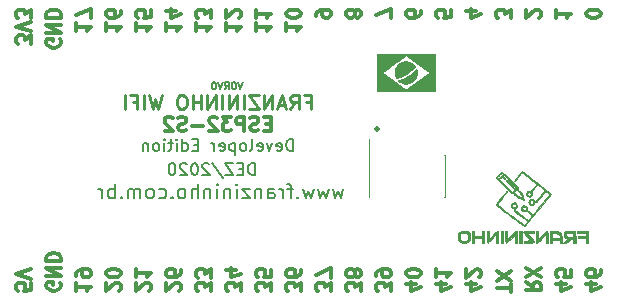
<source format=gbo>
G04 #@! TF.GenerationSoftware,KiCad,Pcbnew,5.1.8-db9833491~87~ubuntu18.04.1*
G04 #@! TF.CreationDate,2020-11-18T16:13:40-03:00*
G04 #@! TF.ProjectId,Franzininho WIFI,4672616e-7a69-46e6-996e-686f20574946,rev?*
G04 #@! TF.SameCoordinates,Original*
G04 #@! TF.FileFunction,Legend,Bot*
G04 #@! TF.FilePolarity,Positive*
%FSLAX46Y46*%
G04 Gerber Fmt 4.6, Leading zero omitted, Abs format (unit mm)*
G04 Created by KiCad (PCBNEW 5.1.8-db9833491~87~ubuntu18.04.1) date 2020-11-18 16:13:40*
%MOMM*%
%LPD*%
G01*
G04 APERTURE LIST*
%ADD10C,0.150000*%
%ADD11C,0.300000*%
%ADD12C,0.250000*%
%ADD13C,0.152400*%
%ADD14C,0.010000*%
%ADD15C,0.120000*%
G04 APERTURE END LIST*
D10*
X143060571Y-99239428D02*
X142860571Y-99839428D01*
X142660571Y-99239428D01*
X142346285Y-99239428D02*
X142289142Y-99239428D01*
X142232000Y-99268000D01*
X142203428Y-99296571D01*
X142174857Y-99353714D01*
X142146285Y-99468000D01*
X142146285Y-99610857D01*
X142174857Y-99725142D01*
X142203428Y-99782285D01*
X142232000Y-99810857D01*
X142289142Y-99839428D01*
X142346285Y-99839428D01*
X142403428Y-99810857D01*
X142432000Y-99782285D01*
X142460571Y-99725142D01*
X142489142Y-99610857D01*
X142489142Y-99468000D01*
X142460571Y-99353714D01*
X142432000Y-99296571D01*
X142403428Y-99268000D01*
X142346285Y-99239428D01*
X141546285Y-99839428D02*
X141746285Y-99553714D01*
X141889142Y-99839428D02*
X141889142Y-99239428D01*
X141660571Y-99239428D01*
X141603428Y-99268000D01*
X141574857Y-99296571D01*
X141546285Y-99353714D01*
X141546285Y-99439428D01*
X141574857Y-99496571D01*
X141603428Y-99525142D01*
X141660571Y-99553714D01*
X141889142Y-99553714D01*
X141374857Y-99239428D02*
X141174857Y-99839428D01*
X140974857Y-99239428D01*
X140660571Y-99239428D02*
X140603428Y-99239428D01*
X140546285Y-99268000D01*
X140517714Y-99296571D01*
X140489142Y-99353714D01*
X140460571Y-99468000D01*
X140460571Y-99610857D01*
X140489142Y-99725142D01*
X140517714Y-99782285D01*
X140546285Y-99810857D01*
X140603428Y-99839428D01*
X140660571Y-99839428D01*
X140717714Y-99810857D01*
X140746285Y-99782285D01*
X140774857Y-99725142D01*
X140803428Y-99610857D01*
X140803428Y-99468000D01*
X140774857Y-99353714D01*
X140746285Y-99296571D01*
X140717714Y-99268000D01*
X140660571Y-99239428D01*
X144081047Y-107132380D02*
X144081047Y-106132380D01*
X143842952Y-106132380D01*
X143700095Y-106180000D01*
X143604857Y-106275238D01*
X143557238Y-106370476D01*
X143509619Y-106560952D01*
X143509619Y-106703809D01*
X143557238Y-106894285D01*
X143604857Y-106989523D01*
X143700095Y-107084761D01*
X143842952Y-107132380D01*
X144081047Y-107132380D01*
X143081047Y-106608571D02*
X142747714Y-106608571D01*
X142604857Y-107132380D02*
X143081047Y-107132380D01*
X143081047Y-106132380D01*
X142604857Y-106132380D01*
X142271523Y-106132380D02*
X141604857Y-106132380D01*
X142271523Y-107132380D01*
X141604857Y-107132380D01*
X140509619Y-106084761D02*
X141366761Y-107370476D01*
X140223904Y-106227619D02*
X140176285Y-106180000D01*
X140081047Y-106132380D01*
X139842952Y-106132380D01*
X139747714Y-106180000D01*
X139700095Y-106227619D01*
X139652476Y-106322857D01*
X139652476Y-106418095D01*
X139700095Y-106560952D01*
X140271523Y-107132380D01*
X139652476Y-107132380D01*
X139033428Y-106132380D02*
X138938190Y-106132380D01*
X138842952Y-106180000D01*
X138795333Y-106227619D01*
X138747714Y-106322857D01*
X138700095Y-106513333D01*
X138700095Y-106751428D01*
X138747714Y-106941904D01*
X138795333Y-107037142D01*
X138842952Y-107084761D01*
X138938190Y-107132380D01*
X139033428Y-107132380D01*
X139128666Y-107084761D01*
X139176285Y-107037142D01*
X139223904Y-106941904D01*
X139271523Y-106751428D01*
X139271523Y-106513333D01*
X139223904Y-106322857D01*
X139176285Y-106227619D01*
X139128666Y-106180000D01*
X139033428Y-106132380D01*
X138319142Y-106227619D02*
X138271523Y-106180000D01*
X138176285Y-106132380D01*
X137938190Y-106132380D01*
X137842952Y-106180000D01*
X137795333Y-106227619D01*
X137747714Y-106322857D01*
X137747714Y-106418095D01*
X137795333Y-106560952D01*
X138366761Y-107132380D01*
X137747714Y-107132380D01*
X137128666Y-106132380D02*
X137033428Y-106132380D01*
X136938190Y-106180000D01*
X136890571Y-106227619D01*
X136842952Y-106322857D01*
X136795333Y-106513333D01*
X136795333Y-106751428D01*
X136842952Y-106941904D01*
X136890571Y-107037142D01*
X136938190Y-107084761D01*
X137033428Y-107132380D01*
X137128666Y-107132380D01*
X137223904Y-107084761D01*
X137271523Y-107037142D01*
X137319142Y-106941904D01*
X137366761Y-106751428D01*
X137366761Y-106513333D01*
X137319142Y-106322857D01*
X137271523Y-106227619D01*
X137223904Y-106180000D01*
X137128666Y-106132380D01*
X147327142Y-105100380D02*
X147327142Y-104100380D01*
X147089047Y-104100380D01*
X146946190Y-104148000D01*
X146850952Y-104243238D01*
X146803333Y-104338476D01*
X146755714Y-104528952D01*
X146755714Y-104671809D01*
X146803333Y-104862285D01*
X146850952Y-104957523D01*
X146946190Y-105052761D01*
X147089047Y-105100380D01*
X147327142Y-105100380D01*
X145946190Y-105052761D02*
X146041428Y-105100380D01*
X146231904Y-105100380D01*
X146327142Y-105052761D01*
X146374761Y-104957523D01*
X146374761Y-104576571D01*
X146327142Y-104481333D01*
X146231904Y-104433714D01*
X146041428Y-104433714D01*
X145946190Y-104481333D01*
X145898571Y-104576571D01*
X145898571Y-104671809D01*
X146374761Y-104767047D01*
X145565238Y-104433714D02*
X145327142Y-105100380D01*
X145089047Y-104433714D01*
X144327142Y-105052761D02*
X144422380Y-105100380D01*
X144612857Y-105100380D01*
X144708095Y-105052761D01*
X144755714Y-104957523D01*
X144755714Y-104576571D01*
X144708095Y-104481333D01*
X144612857Y-104433714D01*
X144422380Y-104433714D01*
X144327142Y-104481333D01*
X144279523Y-104576571D01*
X144279523Y-104671809D01*
X144755714Y-104767047D01*
X143708095Y-105100380D02*
X143803333Y-105052761D01*
X143850952Y-104957523D01*
X143850952Y-104100380D01*
X143184285Y-105100380D02*
X143279523Y-105052761D01*
X143327142Y-105005142D01*
X143374761Y-104909904D01*
X143374761Y-104624190D01*
X143327142Y-104528952D01*
X143279523Y-104481333D01*
X143184285Y-104433714D01*
X143041428Y-104433714D01*
X142946190Y-104481333D01*
X142898571Y-104528952D01*
X142850952Y-104624190D01*
X142850952Y-104909904D01*
X142898571Y-105005142D01*
X142946190Y-105052761D01*
X143041428Y-105100380D01*
X143184285Y-105100380D01*
X142422380Y-104433714D02*
X142422380Y-105433714D01*
X142422380Y-104481333D02*
X142327142Y-104433714D01*
X142136666Y-104433714D01*
X142041428Y-104481333D01*
X141993809Y-104528952D01*
X141946190Y-104624190D01*
X141946190Y-104909904D01*
X141993809Y-105005142D01*
X142041428Y-105052761D01*
X142136666Y-105100380D01*
X142327142Y-105100380D01*
X142422380Y-105052761D01*
X141136666Y-105052761D02*
X141231904Y-105100380D01*
X141422380Y-105100380D01*
X141517619Y-105052761D01*
X141565238Y-104957523D01*
X141565238Y-104576571D01*
X141517619Y-104481333D01*
X141422380Y-104433714D01*
X141231904Y-104433714D01*
X141136666Y-104481333D01*
X141089047Y-104576571D01*
X141089047Y-104671809D01*
X141565238Y-104767047D01*
X140660476Y-105100380D02*
X140660476Y-104433714D01*
X140660476Y-104624190D02*
X140612857Y-104528952D01*
X140565238Y-104481333D01*
X140470000Y-104433714D01*
X140374761Y-104433714D01*
X139279523Y-104576571D02*
X138946190Y-104576571D01*
X138803333Y-105100380D02*
X139279523Y-105100380D01*
X139279523Y-104100380D01*
X138803333Y-104100380D01*
X137946190Y-105100380D02*
X137946190Y-104100380D01*
X137946190Y-105052761D02*
X138041428Y-105100380D01*
X138231904Y-105100380D01*
X138327142Y-105052761D01*
X138374761Y-105005142D01*
X138422380Y-104909904D01*
X138422380Y-104624190D01*
X138374761Y-104528952D01*
X138327142Y-104481333D01*
X138231904Y-104433714D01*
X138041428Y-104433714D01*
X137946190Y-104481333D01*
X137470000Y-105100380D02*
X137470000Y-104433714D01*
X137470000Y-104100380D02*
X137517619Y-104148000D01*
X137470000Y-104195619D01*
X137422380Y-104148000D01*
X137470000Y-104100380D01*
X137470000Y-104195619D01*
X137136666Y-104433714D02*
X136755714Y-104433714D01*
X136993809Y-104100380D02*
X136993809Y-104957523D01*
X136946190Y-105052761D01*
X136850952Y-105100380D01*
X136755714Y-105100380D01*
X136422380Y-105100380D02*
X136422380Y-104433714D01*
X136422380Y-104100380D02*
X136470000Y-104148000D01*
X136422380Y-104195619D01*
X136374761Y-104148000D01*
X136422380Y-104100380D01*
X136422380Y-104195619D01*
X135803333Y-105100380D02*
X135898571Y-105052761D01*
X135946190Y-105005142D01*
X135993809Y-104909904D01*
X135993809Y-104624190D01*
X135946190Y-104528952D01*
X135898571Y-104481333D01*
X135803333Y-104433714D01*
X135660476Y-104433714D01*
X135565238Y-104481333D01*
X135517619Y-104528952D01*
X135470000Y-104624190D01*
X135470000Y-104909904D01*
X135517619Y-105005142D01*
X135565238Y-105052761D01*
X135660476Y-105100380D01*
X135803333Y-105100380D01*
X135041428Y-104433714D02*
X135041428Y-105100380D01*
X135041428Y-104528952D02*
X134993809Y-104481333D01*
X134898571Y-104433714D01*
X134755714Y-104433714D01*
X134660476Y-104481333D01*
X134612857Y-104576571D01*
X134612857Y-105100380D01*
D11*
X145427142Y-102784285D02*
X145027142Y-102784285D01*
X144855714Y-103412857D02*
X145427142Y-103412857D01*
X145427142Y-102212857D01*
X144855714Y-102212857D01*
X144398571Y-103355714D02*
X144227142Y-103412857D01*
X143941428Y-103412857D01*
X143827142Y-103355714D01*
X143770000Y-103298571D01*
X143712857Y-103184285D01*
X143712857Y-103070000D01*
X143770000Y-102955714D01*
X143827142Y-102898571D01*
X143941428Y-102841428D01*
X144170000Y-102784285D01*
X144284285Y-102727142D01*
X144341428Y-102670000D01*
X144398571Y-102555714D01*
X144398571Y-102441428D01*
X144341428Y-102327142D01*
X144284285Y-102270000D01*
X144170000Y-102212857D01*
X143884285Y-102212857D01*
X143712857Y-102270000D01*
X143198571Y-103412857D02*
X143198571Y-102212857D01*
X142741428Y-102212857D01*
X142627142Y-102270000D01*
X142570000Y-102327142D01*
X142512857Y-102441428D01*
X142512857Y-102612857D01*
X142570000Y-102727142D01*
X142627142Y-102784285D01*
X142741428Y-102841428D01*
X143198571Y-102841428D01*
X142112857Y-102212857D02*
X141370000Y-102212857D01*
X141770000Y-102670000D01*
X141598571Y-102670000D01*
X141484285Y-102727142D01*
X141427142Y-102784285D01*
X141370000Y-102898571D01*
X141370000Y-103184285D01*
X141427142Y-103298571D01*
X141484285Y-103355714D01*
X141598571Y-103412857D01*
X141941428Y-103412857D01*
X142055714Y-103355714D01*
X142112857Y-103298571D01*
X140912857Y-102327142D02*
X140855714Y-102270000D01*
X140741428Y-102212857D01*
X140455714Y-102212857D01*
X140341428Y-102270000D01*
X140284285Y-102327142D01*
X140227142Y-102441428D01*
X140227142Y-102555714D01*
X140284285Y-102727142D01*
X140970000Y-103412857D01*
X140227142Y-103412857D01*
X139712857Y-102955714D02*
X138798571Y-102955714D01*
X138284285Y-103355714D02*
X138112857Y-103412857D01*
X137827142Y-103412857D01*
X137712857Y-103355714D01*
X137655714Y-103298571D01*
X137598571Y-103184285D01*
X137598571Y-103070000D01*
X137655714Y-102955714D01*
X137712857Y-102898571D01*
X137827142Y-102841428D01*
X138055714Y-102784285D01*
X138170000Y-102727142D01*
X138227142Y-102670000D01*
X138284285Y-102555714D01*
X138284285Y-102441428D01*
X138227142Y-102327142D01*
X138170000Y-102270000D01*
X138055714Y-102212857D01*
X137770000Y-102212857D01*
X137598571Y-102270000D01*
X137141428Y-102327142D02*
X137084285Y-102270000D01*
X136970000Y-102212857D01*
X136684285Y-102212857D01*
X136570000Y-102270000D01*
X136512857Y-102327142D01*
X136455714Y-102441428D01*
X136455714Y-102555714D01*
X136512857Y-102727142D01*
X137198571Y-103412857D01*
X136455714Y-103412857D01*
D12*
X148427142Y-100914285D02*
X148827142Y-100914285D01*
X148827142Y-101542857D02*
X148827142Y-100342857D01*
X148255714Y-100342857D01*
X147112857Y-101542857D02*
X147512857Y-100971428D01*
X147798571Y-101542857D02*
X147798571Y-100342857D01*
X147341428Y-100342857D01*
X147227142Y-100400000D01*
X147170000Y-100457142D01*
X147112857Y-100571428D01*
X147112857Y-100742857D01*
X147170000Y-100857142D01*
X147227142Y-100914285D01*
X147341428Y-100971428D01*
X147798571Y-100971428D01*
X146655714Y-101200000D02*
X146084285Y-101200000D01*
X146770000Y-101542857D02*
X146370000Y-100342857D01*
X145970000Y-101542857D01*
X145570000Y-101542857D02*
X145570000Y-100342857D01*
X144884285Y-101542857D01*
X144884285Y-100342857D01*
X144427142Y-100342857D02*
X143627142Y-100342857D01*
X144427142Y-101542857D01*
X143627142Y-101542857D01*
X143170000Y-101542857D02*
X143170000Y-100342857D01*
X142598571Y-101542857D02*
X142598571Y-100342857D01*
X141912857Y-101542857D01*
X141912857Y-100342857D01*
X141341428Y-101542857D02*
X141341428Y-100342857D01*
X140770000Y-101542857D02*
X140770000Y-100342857D01*
X140084285Y-101542857D01*
X140084285Y-100342857D01*
X139512857Y-101542857D02*
X139512857Y-100342857D01*
X139512857Y-100914285D02*
X138827142Y-100914285D01*
X138827142Y-101542857D02*
X138827142Y-100342857D01*
X138027142Y-100342857D02*
X137798571Y-100342857D01*
X137684285Y-100400000D01*
X137570000Y-100514285D01*
X137512857Y-100742857D01*
X137512857Y-101142857D01*
X137570000Y-101371428D01*
X137684285Y-101485714D01*
X137798571Y-101542857D01*
X138027142Y-101542857D01*
X138141428Y-101485714D01*
X138255714Y-101371428D01*
X138312857Y-101142857D01*
X138312857Y-100742857D01*
X138255714Y-100514285D01*
X138141428Y-100400000D01*
X138027142Y-100342857D01*
X136198571Y-100342857D02*
X135912857Y-101542857D01*
X135684285Y-100685714D01*
X135455714Y-101542857D01*
X135170000Y-100342857D01*
X134712857Y-101542857D02*
X134712857Y-100342857D01*
X133741428Y-100914285D02*
X134141428Y-100914285D01*
X134141428Y-101542857D02*
X134141428Y-100342857D01*
X133570000Y-100342857D01*
X133112857Y-101542857D02*
X133112857Y-100342857D01*
D11*
X147977142Y-116981571D02*
X147977142Y-116238714D01*
X147520000Y-116638714D01*
X147520000Y-116467285D01*
X147462857Y-116353000D01*
X147405714Y-116295857D01*
X147291428Y-116238714D01*
X147005714Y-116238714D01*
X146891428Y-116295857D01*
X146834285Y-116353000D01*
X146777142Y-116467285D01*
X146777142Y-116810142D01*
X146834285Y-116924428D01*
X146891428Y-116981571D01*
X147977142Y-115210142D02*
X147977142Y-115438714D01*
X147920000Y-115553000D01*
X147862857Y-115610142D01*
X147691428Y-115724428D01*
X147462857Y-115781571D01*
X147005714Y-115781571D01*
X146891428Y-115724428D01*
X146834285Y-115667285D01*
X146777142Y-115553000D01*
X146777142Y-115324428D01*
X146834285Y-115210142D01*
X146891428Y-115153000D01*
X147005714Y-115095857D01*
X147291428Y-115095857D01*
X147405714Y-115153000D01*
X147462857Y-115210142D01*
X147520000Y-115324428D01*
X147520000Y-115553000D01*
X147462857Y-115667285D01*
X147405714Y-115724428D01*
X147291428Y-115781571D01*
X137702857Y-116924428D02*
X137760000Y-116867285D01*
X137817142Y-116753000D01*
X137817142Y-116467285D01*
X137760000Y-116353000D01*
X137702857Y-116295857D01*
X137588571Y-116238714D01*
X137474285Y-116238714D01*
X137302857Y-116295857D01*
X136617142Y-116981571D01*
X136617142Y-116238714D01*
X137817142Y-115210142D02*
X137817142Y-115438714D01*
X137760000Y-115553000D01*
X137702857Y-115610142D01*
X137531428Y-115724428D01*
X137302857Y-115781571D01*
X136845714Y-115781571D01*
X136731428Y-115724428D01*
X136674285Y-115667285D01*
X136617142Y-115553000D01*
X136617142Y-115324428D01*
X136674285Y-115210142D01*
X136731428Y-115153000D01*
X136845714Y-115095857D01*
X137131428Y-115095857D01*
X137245714Y-115153000D01*
X137302857Y-115210142D01*
X137360000Y-115324428D01*
X137360000Y-115553000D01*
X137302857Y-115667285D01*
X137245714Y-115724428D01*
X137131428Y-115781571D01*
X125117142Y-116295857D02*
X125117142Y-116867285D01*
X124545714Y-116924428D01*
X124602857Y-116867285D01*
X124660000Y-116753000D01*
X124660000Y-116467285D01*
X124602857Y-116353000D01*
X124545714Y-116295857D01*
X124431428Y-116238714D01*
X124145714Y-116238714D01*
X124031428Y-116295857D01*
X123974285Y-116353000D01*
X123917142Y-116467285D01*
X123917142Y-116753000D01*
X123974285Y-116867285D01*
X124031428Y-116924428D01*
X125117142Y-115895857D02*
X123917142Y-115495857D01*
X125117142Y-115095857D01*
X135162857Y-116924428D02*
X135220000Y-116867285D01*
X135277142Y-116753000D01*
X135277142Y-116467285D01*
X135220000Y-116353000D01*
X135162857Y-116295857D01*
X135048571Y-116238714D01*
X134934285Y-116238714D01*
X134762857Y-116295857D01*
X134077142Y-116981571D01*
X134077142Y-116238714D01*
X134077142Y-115095857D02*
X134077142Y-115781571D01*
X134077142Y-115438714D02*
X135277142Y-115438714D01*
X135105714Y-115553000D01*
X134991428Y-115667285D01*
X134934285Y-115781571D01*
X128997142Y-116238714D02*
X128997142Y-116924428D01*
X128997142Y-116581571D02*
X130197142Y-116581571D01*
X130025714Y-116695857D01*
X129911428Y-116810142D01*
X129854285Y-116924428D01*
X128997142Y-115667285D02*
X128997142Y-115438714D01*
X129054285Y-115324428D01*
X129111428Y-115267285D01*
X129282857Y-115153000D01*
X129511428Y-115095857D01*
X129968571Y-115095857D01*
X130082857Y-115153000D01*
X130140000Y-115210142D01*
X130197142Y-115324428D01*
X130197142Y-115553000D01*
X130140000Y-115667285D01*
X130082857Y-115724428D01*
X129968571Y-115781571D01*
X129682857Y-115781571D01*
X129568571Y-115724428D01*
X129511428Y-115667285D01*
X129454285Y-115553000D01*
X129454285Y-115324428D01*
X129511428Y-115210142D01*
X129568571Y-115153000D01*
X129682857Y-115095857D01*
X165824856Y-117038714D02*
X165824856Y-116353000D01*
X164624856Y-116695857D02*
X165824856Y-116695857D01*
X165824856Y-116067285D02*
X164624856Y-115267285D01*
X165824856Y-115267285D02*
X164624856Y-116067285D01*
X157737142Y-116353000D02*
X156937142Y-116353000D01*
X158194285Y-116638714D02*
X157337142Y-116924428D01*
X157337142Y-116181571D01*
X158137142Y-115495857D02*
X158137142Y-115381571D01*
X158080000Y-115267285D01*
X158022857Y-115210142D01*
X157908571Y-115153000D01*
X157680000Y-115095857D01*
X157394285Y-115095857D01*
X157165714Y-115153000D01*
X157051428Y-115210142D01*
X156994285Y-115267285D01*
X156937142Y-115381571D01*
X156937142Y-115495857D01*
X156994285Y-115610142D01*
X157051428Y-115667285D01*
X157165714Y-115724428D01*
X157394285Y-115781571D01*
X157680000Y-115781571D01*
X157908571Y-115724428D01*
X158022857Y-115667285D01*
X158080000Y-115610142D01*
X158137142Y-115495857D01*
X132622857Y-116924428D02*
X132680000Y-116867285D01*
X132737142Y-116753000D01*
X132737142Y-116467285D01*
X132680000Y-116353000D01*
X132622857Y-116295857D01*
X132508571Y-116238714D01*
X132394285Y-116238714D01*
X132222857Y-116295857D01*
X131537142Y-116981571D01*
X131537142Y-116238714D01*
X132737142Y-115495857D02*
X132737142Y-115381571D01*
X132680000Y-115267285D01*
X132622857Y-115210142D01*
X132508571Y-115153000D01*
X132280000Y-115095857D01*
X131994285Y-115095857D01*
X131765714Y-115153000D01*
X131651428Y-115210142D01*
X131594285Y-115267285D01*
X131537142Y-115381571D01*
X131537142Y-115495857D01*
X131594285Y-115610142D01*
X131651428Y-115667285D01*
X131765714Y-115724428D01*
X131994285Y-115781571D01*
X132280000Y-115781571D01*
X132508571Y-115724428D01*
X132622857Y-115667285D01*
X132680000Y-115610142D01*
X132737142Y-115495857D01*
X172977142Y-116353000D02*
X172177142Y-116353000D01*
X173434285Y-116638714D02*
X172577142Y-116924428D01*
X172577142Y-116181571D01*
X173377142Y-115210142D02*
X173377142Y-115438714D01*
X173320000Y-115553000D01*
X173262857Y-115610142D01*
X173091428Y-115724428D01*
X172862857Y-115781571D01*
X172405714Y-115781571D01*
X172291428Y-115724428D01*
X172234285Y-115667285D01*
X172177142Y-115553000D01*
X172177142Y-115324428D01*
X172234285Y-115210142D01*
X172291428Y-115153000D01*
X172405714Y-115095857D01*
X172691428Y-115095857D01*
X172805714Y-115153000D01*
X172862857Y-115210142D01*
X172920000Y-115324428D01*
X172920000Y-115553000D01*
X172862857Y-115667285D01*
X172805714Y-115724428D01*
X172691428Y-115781571D01*
X142897142Y-116981571D02*
X142897142Y-116238714D01*
X142440000Y-116638714D01*
X142440000Y-116467285D01*
X142382857Y-116353000D01*
X142325714Y-116295857D01*
X142211428Y-116238714D01*
X141925714Y-116238714D01*
X141811428Y-116295857D01*
X141754285Y-116353000D01*
X141697142Y-116467285D01*
X141697142Y-116810142D01*
X141754285Y-116924428D01*
X141811428Y-116981571D01*
X142497142Y-115210142D02*
X141697142Y-115210142D01*
X142954285Y-115495857D02*
X142097142Y-115781571D01*
X142097142Y-115038714D01*
X162817142Y-116353000D02*
X162017142Y-116353000D01*
X163274285Y-116638714D02*
X162417142Y-116924428D01*
X162417142Y-116181571D01*
X163102857Y-115781571D02*
X163160000Y-115724428D01*
X163217142Y-115610142D01*
X163217142Y-115324428D01*
X163160000Y-115210142D01*
X163102857Y-115153000D01*
X162988571Y-115095857D01*
X162874285Y-115095857D01*
X162702857Y-115153000D01*
X162017142Y-115838714D01*
X162017142Y-115095857D01*
X145437142Y-116981571D02*
X145437142Y-116238714D01*
X144980000Y-116638714D01*
X144980000Y-116467285D01*
X144922857Y-116353000D01*
X144865714Y-116295857D01*
X144751428Y-116238714D01*
X144465714Y-116238714D01*
X144351428Y-116295857D01*
X144294285Y-116353000D01*
X144237142Y-116467285D01*
X144237142Y-116810142D01*
X144294285Y-116924428D01*
X144351428Y-116981571D01*
X145437142Y-115153000D02*
X145437142Y-115724428D01*
X144865714Y-115781571D01*
X144922857Y-115724428D01*
X144980000Y-115610142D01*
X144980000Y-115324428D01*
X144922857Y-115210142D01*
X144865714Y-115153000D01*
X144751428Y-115095857D01*
X144465714Y-115095857D01*
X144351428Y-115153000D01*
X144294285Y-115210142D01*
X144237142Y-115324428D01*
X144237142Y-115610142D01*
X144294285Y-115724428D01*
X144351428Y-115781571D01*
X170437142Y-116353000D02*
X169637142Y-116353000D01*
X170894285Y-116638714D02*
X170037142Y-116924428D01*
X170037142Y-116181571D01*
X170837142Y-115153000D02*
X170837142Y-115724428D01*
X170265714Y-115781571D01*
X170322857Y-115724428D01*
X170380000Y-115610142D01*
X170380000Y-115324428D01*
X170322857Y-115210142D01*
X170265714Y-115153000D01*
X170151428Y-115095857D01*
X169865714Y-115095857D01*
X169751428Y-115153000D01*
X169694285Y-115210142D01*
X169637142Y-115324428D01*
X169637142Y-115610142D01*
X169694285Y-115724428D01*
X169751428Y-115781571D01*
X167097142Y-116181571D02*
X167668571Y-116581571D01*
X167097142Y-116867285D02*
X168297142Y-116867285D01*
X168297142Y-116410142D01*
X168240000Y-116295857D01*
X168182857Y-116238714D01*
X168068571Y-116181571D01*
X167897142Y-116181571D01*
X167782857Y-116238714D01*
X167725714Y-116295857D01*
X167668571Y-116410142D01*
X167668571Y-116867285D01*
X168297142Y-115781571D02*
X167097142Y-114981571D01*
X168297142Y-114981571D02*
X167097142Y-115781571D01*
X155597142Y-116981571D02*
X155597142Y-116238714D01*
X155140000Y-116638714D01*
X155140000Y-116467285D01*
X155082857Y-116353000D01*
X155025714Y-116295857D01*
X154911428Y-116238714D01*
X154625714Y-116238714D01*
X154511428Y-116295857D01*
X154454285Y-116353000D01*
X154397142Y-116467285D01*
X154397142Y-116810142D01*
X154454285Y-116924428D01*
X154511428Y-116981571D01*
X154397142Y-115667285D02*
X154397142Y-115438714D01*
X154454285Y-115324428D01*
X154511428Y-115267285D01*
X154682857Y-115153000D01*
X154911428Y-115095857D01*
X155368571Y-115095857D01*
X155482857Y-115153000D01*
X155540000Y-115210142D01*
X155597142Y-115324428D01*
X155597142Y-115553000D01*
X155540000Y-115667285D01*
X155482857Y-115724428D01*
X155368571Y-115781571D01*
X155082857Y-115781571D01*
X154968571Y-115724428D01*
X154911428Y-115667285D01*
X154854285Y-115553000D01*
X154854285Y-115324428D01*
X154911428Y-115210142D01*
X154968571Y-115153000D01*
X155082857Y-115095857D01*
X150517142Y-116981571D02*
X150517142Y-116238714D01*
X150060000Y-116638714D01*
X150060000Y-116467285D01*
X150002857Y-116353000D01*
X149945714Y-116295857D01*
X149831428Y-116238714D01*
X149545714Y-116238714D01*
X149431428Y-116295857D01*
X149374285Y-116353000D01*
X149317142Y-116467285D01*
X149317142Y-116810142D01*
X149374285Y-116924428D01*
X149431428Y-116981571D01*
X150517142Y-115838714D02*
X150517142Y-115038714D01*
X149317142Y-115553000D01*
X160277142Y-116353000D02*
X159477142Y-116353000D01*
X160734285Y-116638714D02*
X159877142Y-116924428D01*
X159877142Y-116181571D01*
X159477142Y-115095857D02*
X159477142Y-115781571D01*
X159477142Y-115438714D02*
X160677142Y-115438714D01*
X160505714Y-115553000D01*
X160391428Y-115667285D01*
X160334285Y-115781571D01*
X153057142Y-116981571D02*
X153057142Y-116238714D01*
X152600000Y-116638714D01*
X152600000Y-116467285D01*
X152542857Y-116353000D01*
X152485714Y-116295857D01*
X152371428Y-116238714D01*
X152085714Y-116238714D01*
X151971428Y-116295857D01*
X151914285Y-116353000D01*
X151857142Y-116467285D01*
X151857142Y-116810142D01*
X151914285Y-116924428D01*
X151971428Y-116981571D01*
X152542857Y-115553000D02*
X152600000Y-115667285D01*
X152657142Y-115724428D01*
X152771428Y-115781571D01*
X152828571Y-115781571D01*
X152942857Y-115724428D01*
X153000000Y-115667285D01*
X153057142Y-115553000D01*
X153057142Y-115324428D01*
X153000000Y-115210142D01*
X152942857Y-115153000D01*
X152828571Y-115095857D01*
X152771428Y-115095857D01*
X152657142Y-115153000D01*
X152600000Y-115210142D01*
X152542857Y-115324428D01*
X152542857Y-115553000D01*
X152485714Y-115667285D01*
X152428571Y-115724428D01*
X152314285Y-115781571D01*
X152085714Y-115781571D01*
X151971428Y-115724428D01*
X151914285Y-115667285D01*
X151857142Y-115553000D01*
X151857142Y-115324428D01*
X151914285Y-115210142D01*
X151971428Y-115153000D01*
X152085714Y-115095857D01*
X152314285Y-115095857D01*
X152428571Y-115153000D01*
X152485714Y-115210142D01*
X152542857Y-115324428D01*
X140357142Y-116981571D02*
X140357142Y-116238714D01*
X139900000Y-116638714D01*
X139900000Y-116467285D01*
X139842857Y-116353000D01*
X139785714Y-116295857D01*
X139671428Y-116238714D01*
X139385714Y-116238714D01*
X139271428Y-116295857D01*
X139214285Y-116353000D01*
X139157142Y-116467285D01*
X139157142Y-116810142D01*
X139214285Y-116924428D01*
X139271428Y-116981571D01*
X140357142Y-115838714D02*
X140357142Y-115095857D01*
X139900000Y-115495857D01*
X139900000Y-115324428D01*
X139842857Y-115210142D01*
X139785714Y-115153000D01*
X139671428Y-115095857D01*
X139385714Y-115095857D01*
X139271428Y-115153000D01*
X139214285Y-115210142D01*
X139157142Y-115324428D01*
X139157142Y-115667285D01*
X139214285Y-115781571D01*
X139271428Y-115838714D01*
X127600000Y-116238714D02*
X127657142Y-116353000D01*
X127657142Y-116524428D01*
X127600000Y-116695857D01*
X127485714Y-116810142D01*
X127371428Y-116867285D01*
X127142857Y-116924428D01*
X126971428Y-116924428D01*
X126742857Y-116867285D01*
X126628571Y-116810142D01*
X126514285Y-116695857D01*
X126457142Y-116524428D01*
X126457142Y-116410142D01*
X126514285Y-116238714D01*
X126571428Y-116181571D01*
X126971428Y-116181571D01*
X126971428Y-116410142D01*
X126457142Y-115667285D02*
X127657142Y-115667285D01*
X126457142Y-114981571D01*
X127657142Y-114981571D01*
X126457142Y-114410142D02*
X127657142Y-114410142D01*
X127657142Y-114124428D01*
X127600000Y-113953000D01*
X127485714Y-113838714D01*
X127371428Y-113781571D01*
X127142857Y-113724428D01*
X126971428Y-113724428D01*
X126742857Y-113781571D01*
X126628571Y-113838714D01*
X126514285Y-113953000D01*
X126457142Y-114124428D01*
X126457142Y-114410142D01*
X131537142Y-94276428D02*
X131537142Y-94962142D01*
X131537142Y-94619285D02*
X132737142Y-94619285D01*
X132565714Y-94733571D01*
X132451428Y-94847857D01*
X132394285Y-94962142D01*
X132737142Y-93247857D02*
X132737142Y-93476428D01*
X132680000Y-93590714D01*
X132622857Y-93647857D01*
X132451428Y-93762142D01*
X132222857Y-93819285D01*
X131765714Y-93819285D01*
X131651428Y-93762142D01*
X131594285Y-93705000D01*
X131537142Y-93590714D01*
X131537142Y-93362142D01*
X131594285Y-93247857D01*
X131651428Y-93190714D01*
X131765714Y-93133571D01*
X132051428Y-93133571D01*
X132165714Y-93190714D01*
X132222857Y-93247857D01*
X132280000Y-93362142D01*
X132280000Y-93590714D01*
X132222857Y-93705000D01*
X132165714Y-93762142D01*
X132051428Y-93819285D01*
X146777142Y-94276428D02*
X146777142Y-94962142D01*
X146777142Y-94619285D02*
X147977142Y-94619285D01*
X147805714Y-94733571D01*
X147691428Y-94847857D01*
X147634285Y-94962142D01*
X147977142Y-93533571D02*
X147977142Y-93419285D01*
X147920000Y-93305000D01*
X147862857Y-93247857D01*
X147748571Y-93190714D01*
X147520000Y-93133571D01*
X147234285Y-93133571D01*
X147005714Y-93190714D01*
X146891428Y-93247857D01*
X146834285Y-93305000D01*
X146777142Y-93419285D01*
X146777142Y-93533571D01*
X146834285Y-93647857D01*
X146891428Y-93705000D01*
X147005714Y-93762142D01*
X147234285Y-93819285D01*
X147520000Y-93819285D01*
X147748571Y-93762142D01*
X147862857Y-93705000D01*
X147920000Y-93647857D01*
X147977142Y-93533571D01*
X136617142Y-94276428D02*
X136617142Y-94962142D01*
X136617142Y-94619285D02*
X137817142Y-94619285D01*
X137645714Y-94733571D01*
X137531428Y-94847857D01*
X137474285Y-94962142D01*
X137417142Y-93247857D02*
X136617142Y-93247857D01*
X137874285Y-93533571D02*
X137017142Y-93819285D01*
X137017142Y-93076428D01*
X149317142Y-93705000D02*
X149317142Y-93476428D01*
X149374285Y-93362142D01*
X149431428Y-93305000D01*
X149602857Y-93190714D01*
X149831428Y-93133571D01*
X150288571Y-93133571D01*
X150402857Y-93190714D01*
X150460000Y-93247857D01*
X150517142Y-93362142D01*
X150517142Y-93590714D01*
X150460000Y-93705000D01*
X150402857Y-93762142D01*
X150288571Y-93819285D01*
X150002857Y-93819285D01*
X149888571Y-93762142D01*
X149831428Y-93705000D01*
X149774285Y-93590714D01*
X149774285Y-93362142D01*
X149831428Y-93247857D01*
X149888571Y-93190714D01*
X150002857Y-93133571D01*
X162817142Y-93247857D02*
X162017142Y-93247857D01*
X163274285Y-93533571D02*
X162417142Y-93819285D01*
X162417142Y-93076428D01*
X125117142Y-96047857D02*
X125117142Y-95305000D01*
X124660000Y-95705000D01*
X124660000Y-95533571D01*
X124602857Y-95419285D01*
X124545714Y-95362142D01*
X124431428Y-95305000D01*
X124145714Y-95305000D01*
X124031428Y-95362142D01*
X123974285Y-95419285D01*
X123917142Y-95533571D01*
X123917142Y-95876428D01*
X123974285Y-95990714D01*
X124031428Y-96047857D01*
X125117142Y-94962142D02*
X123917142Y-94562142D01*
X125117142Y-94162142D01*
X125117142Y-93876428D02*
X125117142Y-93133571D01*
X124660000Y-93533571D01*
X124660000Y-93362142D01*
X124602857Y-93247857D01*
X124545714Y-93190714D01*
X124431428Y-93133571D01*
X124145714Y-93133571D01*
X124031428Y-93190714D01*
X123974285Y-93247857D01*
X123917142Y-93362142D01*
X123917142Y-93705000D01*
X123974285Y-93819285D01*
X124031428Y-93876428D01*
X134077142Y-94276428D02*
X134077142Y-94962142D01*
X134077142Y-94619285D02*
X135277142Y-94619285D01*
X135105714Y-94733571D01*
X134991428Y-94847857D01*
X134934285Y-94962142D01*
X135277142Y-93190714D02*
X135277142Y-93762142D01*
X134705714Y-93819285D01*
X134762857Y-93762142D01*
X134820000Y-93647857D01*
X134820000Y-93362142D01*
X134762857Y-93247857D01*
X134705714Y-93190714D01*
X134591428Y-93133571D01*
X134305714Y-93133571D01*
X134191428Y-93190714D01*
X134134285Y-93247857D01*
X134077142Y-93362142D01*
X134077142Y-93647857D01*
X134134285Y-93762142D01*
X134191428Y-93819285D01*
X141697142Y-94276428D02*
X141697142Y-94962142D01*
X141697142Y-94619285D02*
X142897142Y-94619285D01*
X142725714Y-94733571D01*
X142611428Y-94847857D01*
X142554285Y-94962142D01*
X142782857Y-93819285D02*
X142840000Y-93762142D01*
X142897142Y-93647857D01*
X142897142Y-93362142D01*
X142840000Y-93247857D01*
X142782857Y-93190714D01*
X142668571Y-93133571D01*
X142554285Y-93133571D01*
X142382857Y-93190714D01*
X141697142Y-93876428D01*
X141697142Y-93133571D01*
X127600000Y-95647857D02*
X127657142Y-95762142D01*
X127657142Y-95933571D01*
X127600000Y-96105000D01*
X127485714Y-96219285D01*
X127371428Y-96276428D01*
X127142857Y-96333571D01*
X126971428Y-96333571D01*
X126742857Y-96276428D01*
X126628571Y-96219285D01*
X126514285Y-96105000D01*
X126457142Y-95933571D01*
X126457142Y-95819285D01*
X126514285Y-95647857D01*
X126571428Y-95590714D01*
X126971428Y-95590714D01*
X126971428Y-95819285D01*
X126457142Y-95076428D02*
X127657142Y-95076428D01*
X126457142Y-94390714D01*
X127657142Y-94390714D01*
X126457142Y-93819285D02*
X127657142Y-93819285D01*
X127657142Y-93533571D01*
X127600000Y-93362142D01*
X127485714Y-93247857D01*
X127371428Y-93190714D01*
X127142857Y-93133571D01*
X126971428Y-93133571D01*
X126742857Y-93190714D01*
X126628571Y-93247857D01*
X126514285Y-93362142D01*
X126457142Y-93533571D01*
X126457142Y-93819285D01*
X139157142Y-94276428D02*
X139157142Y-94962142D01*
X139157142Y-94619285D02*
X140357142Y-94619285D01*
X140185714Y-94733571D01*
X140071428Y-94847857D01*
X140014285Y-94962142D01*
X140357142Y-93876428D02*
X140357142Y-93133571D01*
X139900000Y-93533571D01*
X139900000Y-93362142D01*
X139842857Y-93247857D01*
X139785714Y-93190714D01*
X139671428Y-93133571D01*
X139385714Y-93133571D01*
X139271428Y-93190714D01*
X139214285Y-93247857D01*
X139157142Y-93362142D01*
X139157142Y-93705000D01*
X139214285Y-93819285D01*
X139271428Y-93876428D01*
X152542857Y-93590714D02*
X152600000Y-93705000D01*
X152657142Y-93762142D01*
X152771428Y-93819285D01*
X152828571Y-93819285D01*
X152942857Y-93762142D01*
X153000000Y-93705000D01*
X153057142Y-93590714D01*
X153057142Y-93362142D01*
X153000000Y-93247857D01*
X152942857Y-93190714D01*
X152828571Y-93133571D01*
X152771428Y-93133571D01*
X152657142Y-93190714D01*
X152600000Y-93247857D01*
X152542857Y-93362142D01*
X152542857Y-93590714D01*
X152485714Y-93705000D01*
X152428571Y-93762142D01*
X152314285Y-93819285D01*
X152085714Y-93819285D01*
X151971428Y-93762142D01*
X151914285Y-93705000D01*
X151857142Y-93590714D01*
X151857142Y-93362142D01*
X151914285Y-93247857D01*
X151971428Y-93190714D01*
X152085714Y-93133571D01*
X152314285Y-93133571D01*
X152428571Y-93190714D01*
X152485714Y-93247857D01*
X152542857Y-93362142D01*
X144237142Y-94276428D02*
X144237142Y-94962142D01*
X144237142Y-94619285D02*
X145437142Y-94619285D01*
X145265714Y-94733571D01*
X145151428Y-94847857D01*
X145094285Y-94962142D01*
X144237142Y-93133571D02*
X144237142Y-93819285D01*
X144237142Y-93476428D02*
X145437142Y-93476428D01*
X145265714Y-93590714D01*
X145151428Y-93705000D01*
X145094285Y-93819285D01*
X160677142Y-93190714D02*
X160677142Y-93762142D01*
X160105714Y-93819285D01*
X160162857Y-93762142D01*
X160220000Y-93647857D01*
X160220000Y-93362142D01*
X160162857Y-93247857D01*
X160105714Y-93190714D01*
X159991428Y-93133571D01*
X159705714Y-93133571D01*
X159591428Y-93190714D01*
X159534285Y-93247857D01*
X159477142Y-93362142D01*
X159477142Y-93647857D01*
X159534285Y-93762142D01*
X159591428Y-93819285D01*
X158137142Y-93247857D02*
X158137142Y-93476428D01*
X158080000Y-93590714D01*
X158022857Y-93647857D01*
X157851428Y-93762142D01*
X157622857Y-93819285D01*
X157165714Y-93819285D01*
X157051428Y-93762142D01*
X156994285Y-93705000D01*
X156937142Y-93590714D01*
X156937142Y-93362142D01*
X156994285Y-93247857D01*
X157051428Y-93190714D01*
X157165714Y-93133571D01*
X157451428Y-93133571D01*
X157565714Y-93190714D01*
X157622857Y-93247857D01*
X157680000Y-93362142D01*
X157680000Y-93590714D01*
X157622857Y-93705000D01*
X157565714Y-93762142D01*
X157451428Y-93819285D01*
X165757142Y-93876428D02*
X165757142Y-93133571D01*
X165300000Y-93533571D01*
X165300000Y-93362142D01*
X165242857Y-93247857D01*
X165185714Y-93190714D01*
X165071428Y-93133571D01*
X164785714Y-93133571D01*
X164671428Y-93190714D01*
X164614285Y-93247857D01*
X164557142Y-93362142D01*
X164557142Y-93705000D01*
X164614285Y-93819285D01*
X164671428Y-93876428D01*
X128997142Y-94276428D02*
X128997142Y-94962142D01*
X128997142Y-94619285D02*
X130197142Y-94619285D01*
X130025714Y-94733571D01*
X129911428Y-94847857D01*
X129854285Y-94962142D01*
X130197142Y-93876428D02*
X130197142Y-93076428D01*
X128997142Y-93590714D01*
X155597142Y-93876428D02*
X155597142Y-93076428D01*
X154397142Y-93590714D01*
X168182857Y-93819285D02*
X168240000Y-93762142D01*
X168297142Y-93647857D01*
X168297142Y-93362142D01*
X168240000Y-93247857D01*
X168182857Y-93190714D01*
X168068571Y-93133571D01*
X167954285Y-93133571D01*
X167782857Y-93190714D01*
X167097142Y-93876428D01*
X167097142Y-93133571D01*
X169637142Y-93133571D02*
X169637142Y-93819285D01*
X169637142Y-93476428D02*
X170837142Y-93476428D01*
X170665714Y-93590714D01*
X170551428Y-93705000D01*
X170494285Y-93819285D01*
X173377142Y-93533571D02*
X173377142Y-93419285D01*
X173320000Y-93305000D01*
X173262857Y-93247857D01*
X173148571Y-93190714D01*
X172920000Y-93133571D01*
X172634285Y-93133571D01*
X172405714Y-93190714D01*
X172291428Y-93247857D01*
X172234285Y-93305000D01*
X172177142Y-93419285D01*
X172177142Y-93533571D01*
X172234285Y-93647857D01*
X172291428Y-93705000D01*
X172405714Y-93762142D01*
X172634285Y-93819285D01*
X172920000Y-93819285D01*
X173148571Y-93762142D01*
X173262857Y-93705000D01*
X173320000Y-93647857D01*
X173377142Y-93533571D01*
X154432000Y-103151714D02*
X154360571Y-103223142D01*
X154432000Y-103294571D01*
X154503428Y-103223142D01*
X154432000Y-103151714D01*
X154432000Y-103294571D01*
D13*
X151595428Y-108292857D02*
X151366857Y-109092857D01*
X151138285Y-108521428D01*
X150909714Y-109092857D01*
X150681142Y-108292857D01*
X150338285Y-108292857D02*
X150109714Y-109092857D01*
X149881142Y-108521428D01*
X149652571Y-109092857D01*
X149424000Y-108292857D01*
X149081142Y-108292857D02*
X148852571Y-109092857D01*
X148624000Y-108521428D01*
X148395428Y-109092857D01*
X148166857Y-108292857D01*
X147709714Y-108978571D02*
X147652571Y-109035714D01*
X147709714Y-109092857D01*
X147766857Y-109035714D01*
X147709714Y-108978571D01*
X147709714Y-109092857D01*
X147309714Y-108292857D02*
X146852571Y-108292857D01*
X147138285Y-109092857D02*
X147138285Y-108064285D01*
X147081142Y-107950000D01*
X146966857Y-107892857D01*
X146852571Y-107892857D01*
X146452571Y-109092857D02*
X146452571Y-108292857D01*
X146452571Y-108521428D02*
X146395428Y-108407142D01*
X146338285Y-108350000D01*
X146224000Y-108292857D01*
X146109714Y-108292857D01*
X145195428Y-109092857D02*
X145195428Y-108464285D01*
X145252571Y-108350000D01*
X145366857Y-108292857D01*
X145595428Y-108292857D01*
X145709714Y-108350000D01*
X145195428Y-109035714D02*
X145309714Y-109092857D01*
X145595428Y-109092857D01*
X145709714Y-109035714D01*
X145766857Y-108921428D01*
X145766857Y-108807142D01*
X145709714Y-108692857D01*
X145595428Y-108635714D01*
X145309714Y-108635714D01*
X145195428Y-108578571D01*
X144624000Y-108292857D02*
X144624000Y-109092857D01*
X144624000Y-108407142D02*
X144566857Y-108350000D01*
X144452571Y-108292857D01*
X144281142Y-108292857D01*
X144166857Y-108350000D01*
X144109714Y-108464285D01*
X144109714Y-109092857D01*
X143652571Y-108292857D02*
X143024000Y-108292857D01*
X143652571Y-109092857D01*
X143024000Y-109092857D01*
X142566857Y-109092857D02*
X142566857Y-108292857D01*
X142566857Y-107892857D02*
X142624000Y-107950000D01*
X142566857Y-108007142D01*
X142509714Y-107950000D01*
X142566857Y-107892857D01*
X142566857Y-108007142D01*
X141995428Y-108292857D02*
X141995428Y-109092857D01*
X141995428Y-108407142D02*
X141938285Y-108350000D01*
X141824000Y-108292857D01*
X141652571Y-108292857D01*
X141538285Y-108350000D01*
X141481142Y-108464285D01*
X141481142Y-109092857D01*
X140909714Y-109092857D02*
X140909714Y-108292857D01*
X140909714Y-107892857D02*
X140966857Y-107950000D01*
X140909714Y-108007142D01*
X140852571Y-107950000D01*
X140909714Y-107892857D01*
X140909714Y-108007142D01*
X140338285Y-108292857D02*
X140338285Y-109092857D01*
X140338285Y-108407142D02*
X140281142Y-108350000D01*
X140166857Y-108292857D01*
X139995428Y-108292857D01*
X139881142Y-108350000D01*
X139824000Y-108464285D01*
X139824000Y-109092857D01*
X139252571Y-109092857D02*
X139252571Y-107892857D01*
X138738285Y-109092857D02*
X138738285Y-108464285D01*
X138795428Y-108350000D01*
X138909714Y-108292857D01*
X139081142Y-108292857D01*
X139195428Y-108350000D01*
X139252571Y-108407142D01*
X137995428Y-109092857D02*
X138109714Y-109035714D01*
X138166857Y-108978571D01*
X138224000Y-108864285D01*
X138224000Y-108521428D01*
X138166857Y-108407142D01*
X138109714Y-108350000D01*
X137995428Y-108292857D01*
X137824000Y-108292857D01*
X137709714Y-108350000D01*
X137652571Y-108407142D01*
X137595428Y-108521428D01*
X137595428Y-108864285D01*
X137652571Y-108978571D01*
X137709714Y-109035714D01*
X137824000Y-109092857D01*
X137995428Y-109092857D01*
X137081142Y-108978571D02*
X137024000Y-109035714D01*
X137081142Y-109092857D01*
X137138285Y-109035714D01*
X137081142Y-108978571D01*
X137081142Y-109092857D01*
X135995428Y-109035714D02*
X136109714Y-109092857D01*
X136338285Y-109092857D01*
X136452571Y-109035714D01*
X136509714Y-108978571D01*
X136566857Y-108864285D01*
X136566857Y-108521428D01*
X136509714Y-108407142D01*
X136452571Y-108350000D01*
X136338285Y-108292857D01*
X136109714Y-108292857D01*
X135995428Y-108350000D01*
X135309714Y-109092857D02*
X135424000Y-109035714D01*
X135481142Y-108978571D01*
X135538285Y-108864285D01*
X135538285Y-108521428D01*
X135481142Y-108407142D01*
X135424000Y-108350000D01*
X135309714Y-108292857D01*
X135138285Y-108292857D01*
X135024000Y-108350000D01*
X134966857Y-108407142D01*
X134909714Y-108521428D01*
X134909714Y-108864285D01*
X134966857Y-108978571D01*
X135024000Y-109035714D01*
X135138285Y-109092857D01*
X135309714Y-109092857D01*
X134395428Y-109092857D02*
X134395428Y-108292857D01*
X134395428Y-108407142D02*
X134338285Y-108350000D01*
X134224000Y-108292857D01*
X134052571Y-108292857D01*
X133938285Y-108350000D01*
X133881142Y-108464285D01*
X133881142Y-109092857D01*
X133881142Y-108464285D02*
X133824000Y-108350000D01*
X133709714Y-108292857D01*
X133538285Y-108292857D01*
X133424000Y-108350000D01*
X133366857Y-108464285D01*
X133366857Y-109092857D01*
X132795428Y-108978571D02*
X132738285Y-109035714D01*
X132795428Y-109092857D01*
X132852571Y-109035714D01*
X132795428Y-108978571D01*
X132795428Y-109092857D01*
X132224000Y-109092857D02*
X132224000Y-107892857D01*
X132224000Y-108350000D02*
X132109714Y-108292857D01*
X131881142Y-108292857D01*
X131766857Y-108350000D01*
X131709714Y-108407142D01*
X131652571Y-108521428D01*
X131652571Y-108864285D01*
X131709714Y-108978571D01*
X131766857Y-109035714D01*
X131881142Y-109092857D01*
X132109714Y-109092857D01*
X132224000Y-109035714D01*
X131138285Y-109092857D02*
X131138285Y-108292857D01*
X131138285Y-108521428D02*
X131081142Y-108407142D01*
X131024000Y-108350000D01*
X130909714Y-108292857D01*
X130795428Y-108292857D01*
D14*
G36*
X159364362Y-96878775D02*
G01*
X154435175Y-96878775D01*
X154435175Y-98450448D01*
X154875706Y-98450448D01*
X154896850Y-98432565D01*
X154912821Y-98419870D01*
X154937425Y-98401232D01*
X154966352Y-98379896D01*
X154978596Y-98371025D01*
X155008969Y-98349102D01*
X155037783Y-98328233D01*
X155060280Y-98311865D01*
X155066206Y-98307525D01*
X155085313Y-98293559D01*
X155112329Y-98273901D01*
X155142294Y-98252160D01*
X155151147Y-98245748D01*
X155184012Y-98221882D01*
X155223232Y-98193282D01*
X155262387Y-98164636D01*
X155278950Y-98152483D01*
X155307897Y-98131652D01*
X155332327Y-98114884D01*
X155349334Y-98104125D01*
X155355680Y-98101150D01*
X155364984Y-98095507D01*
X155365185Y-98095084D01*
X155372569Y-98087875D01*
X155390294Y-98073629D01*
X155415667Y-98054371D01*
X155445994Y-98032127D01*
X155478581Y-98008920D01*
X155494831Y-97997623D01*
X155509792Y-97987001D01*
X155534452Y-97969148D01*
X155565757Y-97946289D01*
X155600655Y-97920647D01*
X155612106Y-97912199D01*
X155655788Y-97880034D01*
X155704845Y-97844056D01*
X155753151Y-97808751D01*
X155793097Y-97779681D01*
X155821771Y-97758872D01*
X155849997Y-97738372D01*
X155879672Y-97716801D01*
X155912688Y-97692781D01*
X155950940Y-97664934D01*
X155996323Y-97631880D01*
X156050732Y-97592240D01*
X156116060Y-97544637D01*
X156116571Y-97544264D01*
X156145475Y-97523078D01*
X156171937Y-97503468D01*
X156191526Y-97488723D01*
X156195946Y-97485315D01*
X156212794Y-97472833D01*
X156237853Y-97455048D01*
X156266139Y-97435489D01*
X156270515Y-97432510D01*
X156297173Y-97414088D01*
X156319733Y-97397930D01*
X156334096Y-97386985D01*
X156335756Y-97385564D01*
X156348531Y-97375429D01*
X156369397Y-97360192D01*
X156388137Y-97347087D01*
X156415328Y-97328168D01*
X156441767Y-97309336D01*
X156455264Y-97299462D01*
X156471571Y-97287399D01*
X156497410Y-97268393D01*
X156529491Y-97244861D01*
X156564522Y-97219219D01*
X156571761Y-97213927D01*
X156611852Y-97184599D01*
X156659493Y-97149708D01*
X156709442Y-97113094D01*
X156756459Y-97078597D01*
X156768800Y-97069535D01*
X156805053Y-97043322D01*
X156837340Y-97020752D01*
X156863312Y-97003404D01*
X156880623Y-96992860D01*
X156886407Y-96990368D01*
X156899128Y-96994486D01*
X156917511Y-97005279D01*
X156922126Y-97008559D01*
X156938524Y-97020609D01*
X156964159Y-97039380D01*
X156995437Y-97062243D01*
X157026768Y-97085112D01*
X157061167Y-97110223D01*
X157094363Y-97134494D01*
X157122333Y-97154980D01*
X157139587Y-97167656D01*
X157153245Y-97177701D01*
X157169010Y-97189243D01*
X157188571Y-97203509D01*
X157213617Y-97221730D01*
X157245839Y-97245134D01*
X157286927Y-97274951D01*
X157338570Y-97312408D01*
X157360143Y-97328053D01*
X157390783Y-97350272D01*
X157418020Y-97370027D01*
X157438452Y-97384849D01*
X157447456Y-97391384D01*
X157458959Y-97399713D01*
X157480864Y-97415556D01*
X157510703Y-97437127D01*
X157546011Y-97462643D01*
X157575764Y-97484140D01*
X157682188Y-97561057D01*
X157775996Y-97628920D01*
X157857469Y-97687935D01*
X157926889Y-97738306D01*
X157984537Y-97780236D01*
X158030693Y-97813930D01*
X158065638Y-97839593D01*
X158089653Y-97857429D01*
X158102200Y-97866994D01*
X158122668Y-97882566D01*
X158151131Y-97903545D01*
X158182570Y-97926248D01*
X158194114Y-97934462D01*
X158226636Y-97957726D01*
X158266246Y-97986402D01*
X158307316Y-98016402D01*
X158335794Y-98037389D01*
X158372685Y-98064457D01*
X158410871Y-98092056D01*
X158445387Y-98116617D01*
X158467425Y-98131960D01*
X158495904Y-98151729D01*
X158522482Y-98170660D01*
X158541748Y-98184894D01*
X158542831Y-98185729D01*
X158576927Y-98211567D01*
X158620757Y-98243844D01*
X158670923Y-98280078D01*
X158711632Y-98309043D01*
X158742264Y-98330959D01*
X158776342Y-98355762D01*
X158810550Y-98380990D01*
X158841572Y-98404184D01*
X158866094Y-98422885D01*
X158880175Y-98434099D01*
X158900018Y-98450845D01*
X158880175Y-98466329D01*
X158863846Y-98478683D01*
X158837583Y-98498116D01*
X158804360Y-98522468D01*
X158767149Y-98549575D01*
X158728924Y-98577276D01*
X158692657Y-98603408D01*
X158661323Y-98625809D01*
X158645597Y-98636931D01*
X158621526Y-98654146D01*
X158602045Y-98668624D01*
X158591466Y-98677147D01*
X158578900Y-98687089D01*
X158560377Y-98699876D01*
X158558706Y-98700960D01*
X158539903Y-98713741D01*
X158513171Y-98732705D01*
X158482949Y-98754614D01*
X158453677Y-98776228D01*
X158429794Y-98794308D01*
X158418464Y-98803288D01*
X158406493Y-98812480D01*
X158385103Y-98828250D01*
X158357831Y-98848005D01*
X158340341Y-98860532D01*
X158309929Y-98882222D01*
X158281956Y-98902172D01*
X158260553Y-98917436D01*
X158253198Y-98922681D01*
X158237160Y-98934234D01*
X158212378Y-98952220D01*
X158182910Y-98973689D01*
X158165809Y-98986181D01*
X158136283Y-99007711D01*
X158109927Y-99026818D01*
X158090450Y-99040820D01*
X158083631Y-99045639D01*
X158069331Y-99055883D01*
X158046649Y-99072476D01*
X158019909Y-99092247D01*
X158013208Y-99097232D01*
X157984499Y-99118492D01*
X157957194Y-99138494D01*
X157936475Y-99153448D01*
X157933833Y-99155320D01*
X157889735Y-99186460D01*
X157856941Y-99209775D01*
X157833725Y-99226508D01*
X157818364Y-99237906D01*
X157809132Y-99245212D01*
X157808481Y-99245764D01*
X157793475Y-99257228D01*
X157773758Y-99270781D01*
X157772969Y-99271295D01*
X157754725Y-99283593D01*
X157741966Y-99292984D01*
X157741350Y-99293499D01*
X157730502Y-99301967D01*
X157710450Y-99316977D01*
X157684886Y-99335812D01*
X157657499Y-99355755D01*
X157631979Y-99374086D01*
X157630527Y-99375119D01*
X157602755Y-99395041D01*
X157566040Y-99421647D01*
X157524189Y-99452165D01*
X157481010Y-99483820D01*
X157455393Y-99502690D01*
X157426573Y-99523807D01*
X157389662Y-99550625D01*
X157349501Y-99579637D01*
X157312442Y-99606256D01*
X157274272Y-99633663D01*
X157235257Y-99661824D01*
X157200014Y-99687399D01*
X157173535Y-99706769D01*
X157101357Y-99759878D01*
X157041384Y-99803835D01*
X156993116Y-99839003D01*
X156956052Y-99865747D01*
X156929691Y-99884431D01*
X156921413Y-99890151D01*
X156887862Y-99913059D01*
X156854244Y-99890151D01*
X156833969Y-99875964D01*
X156805141Y-99855313D01*
X156771943Y-99831211D01*
X156745103Y-99811512D01*
X156713625Y-99788364D01*
X156685361Y-99767728D01*
X156663607Y-99752000D01*
X156652348Y-99744043D01*
X156640705Y-99735773D01*
X156618602Y-99719770D01*
X156588353Y-99697724D01*
X156552277Y-99671323D01*
X156512690Y-99642256D01*
X156511017Y-99641025D01*
X156470871Y-99611531D01*
X156433704Y-99584294D01*
X156401957Y-99561097D01*
X156378071Y-99543722D01*
X156364485Y-99533953D01*
X156364365Y-99533869D01*
X156347956Y-99522159D01*
X156322978Y-99504149D01*
X156293679Y-99482908D01*
X156279478Y-99472573D01*
X156251353Y-99452125D01*
X156214163Y-99425148D01*
X156171715Y-99394404D01*
X156127818Y-99362650D01*
X156102050Y-99344031D01*
X156059616Y-99313365D01*
X156016776Y-99282371D01*
X155977188Y-99253697D01*
X155944510Y-99229993D01*
X155929106Y-99218795D01*
X155899551Y-99197305D01*
X155871699Y-99177093D01*
X155850356Y-99161649D01*
X155845762Y-99158337D01*
X155827859Y-99145329D01*
X155801725Y-99126187D01*
X155771883Y-99104227D01*
X155759164Y-99094837D01*
X155728659Y-99072411D01*
X155699471Y-99051152D01*
X155676343Y-99034509D01*
X155669738Y-99029837D01*
X155650465Y-99016096D01*
X155623167Y-98996334D01*
X155592575Y-98973984D01*
X155580030Y-98964759D01*
X155550085Y-98942717D01*
X155523991Y-98923580D01*
X155498205Y-98904770D01*
X155469186Y-98883707D01*
X155433391Y-98857813D01*
X155401250Y-98834597D01*
X155366369Y-98809222D01*
X155327441Y-98780622D01*
X155294094Y-98755883D01*
X155265916Y-98735132D01*
X155239555Y-98716240D01*
X155219931Y-98702721D01*
X155217225Y-98700957D01*
X155198905Y-98688714D01*
X155186102Y-98679286D01*
X155185475Y-98678754D01*
X155176151Y-98671581D01*
X155156730Y-98657233D01*
X155130024Y-98637772D01*
X155098846Y-98615260D01*
X155097952Y-98614617D01*
X155042521Y-98574644D01*
X154993012Y-98538694D01*
X154951082Y-98507979D01*
X154918384Y-98483715D01*
X154896573Y-98467113D01*
X154893032Y-98464315D01*
X154875706Y-98450448D01*
X154435175Y-98450448D01*
X154435175Y-100022025D01*
X159364362Y-100022025D01*
X159364362Y-96878775D01*
G37*
X159364362Y-96878775D02*
X154435175Y-96878775D01*
X154435175Y-98450448D01*
X154875706Y-98450448D01*
X154896850Y-98432565D01*
X154912821Y-98419870D01*
X154937425Y-98401232D01*
X154966352Y-98379896D01*
X154978596Y-98371025D01*
X155008969Y-98349102D01*
X155037783Y-98328233D01*
X155060280Y-98311865D01*
X155066206Y-98307525D01*
X155085313Y-98293559D01*
X155112329Y-98273901D01*
X155142294Y-98252160D01*
X155151147Y-98245748D01*
X155184012Y-98221882D01*
X155223232Y-98193282D01*
X155262387Y-98164636D01*
X155278950Y-98152483D01*
X155307897Y-98131652D01*
X155332327Y-98114884D01*
X155349334Y-98104125D01*
X155355680Y-98101150D01*
X155364984Y-98095507D01*
X155365185Y-98095084D01*
X155372569Y-98087875D01*
X155390294Y-98073629D01*
X155415667Y-98054371D01*
X155445994Y-98032127D01*
X155478581Y-98008920D01*
X155494831Y-97997623D01*
X155509792Y-97987001D01*
X155534452Y-97969148D01*
X155565757Y-97946289D01*
X155600655Y-97920647D01*
X155612106Y-97912199D01*
X155655788Y-97880034D01*
X155704845Y-97844056D01*
X155753151Y-97808751D01*
X155793097Y-97779681D01*
X155821771Y-97758872D01*
X155849997Y-97738372D01*
X155879672Y-97716801D01*
X155912688Y-97692781D01*
X155950940Y-97664934D01*
X155996323Y-97631880D01*
X156050732Y-97592240D01*
X156116060Y-97544637D01*
X156116571Y-97544264D01*
X156145475Y-97523078D01*
X156171937Y-97503468D01*
X156191526Y-97488723D01*
X156195946Y-97485315D01*
X156212794Y-97472833D01*
X156237853Y-97455048D01*
X156266139Y-97435489D01*
X156270515Y-97432510D01*
X156297173Y-97414088D01*
X156319733Y-97397930D01*
X156334096Y-97386985D01*
X156335756Y-97385564D01*
X156348531Y-97375429D01*
X156369397Y-97360192D01*
X156388137Y-97347087D01*
X156415328Y-97328168D01*
X156441767Y-97309336D01*
X156455264Y-97299462D01*
X156471571Y-97287399D01*
X156497410Y-97268393D01*
X156529491Y-97244861D01*
X156564522Y-97219219D01*
X156571761Y-97213927D01*
X156611852Y-97184599D01*
X156659493Y-97149708D01*
X156709442Y-97113094D01*
X156756459Y-97078597D01*
X156768800Y-97069535D01*
X156805053Y-97043322D01*
X156837340Y-97020752D01*
X156863312Y-97003404D01*
X156880623Y-96992860D01*
X156886407Y-96990368D01*
X156899128Y-96994486D01*
X156917511Y-97005279D01*
X156922126Y-97008559D01*
X156938524Y-97020609D01*
X156964159Y-97039380D01*
X156995437Y-97062243D01*
X157026768Y-97085112D01*
X157061167Y-97110223D01*
X157094363Y-97134494D01*
X157122333Y-97154980D01*
X157139587Y-97167656D01*
X157153245Y-97177701D01*
X157169010Y-97189243D01*
X157188571Y-97203509D01*
X157213617Y-97221730D01*
X157245839Y-97245134D01*
X157286927Y-97274951D01*
X157338570Y-97312408D01*
X157360143Y-97328053D01*
X157390783Y-97350272D01*
X157418020Y-97370027D01*
X157438452Y-97384849D01*
X157447456Y-97391384D01*
X157458959Y-97399713D01*
X157480864Y-97415556D01*
X157510703Y-97437127D01*
X157546011Y-97462643D01*
X157575764Y-97484140D01*
X157682188Y-97561057D01*
X157775996Y-97628920D01*
X157857469Y-97687935D01*
X157926889Y-97738306D01*
X157984537Y-97780236D01*
X158030693Y-97813930D01*
X158065638Y-97839593D01*
X158089653Y-97857429D01*
X158102200Y-97866994D01*
X158122668Y-97882566D01*
X158151131Y-97903545D01*
X158182570Y-97926248D01*
X158194114Y-97934462D01*
X158226636Y-97957726D01*
X158266246Y-97986402D01*
X158307316Y-98016402D01*
X158335794Y-98037389D01*
X158372685Y-98064457D01*
X158410871Y-98092056D01*
X158445387Y-98116617D01*
X158467425Y-98131960D01*
X158495904Y-98151729D01*
X158522482Y-98170660D01*
X158541748Y-98184894D01*
X158542831Y-98185729D01*
X158576927Y-98211567D01*
X158620757Y-98243844D01*
X158670923Y-98280078D01*
X158711632Y-98309043D01*
X158742264Y-98330959D01*
X158776342Y-98355762D01*
X158810550Y-98380990D01*
X158841572Y-98404184D01*
X158866094Y-98422885D01*
X158880175Y-98434099D01*
X158900018Y-98450845D01*
X158880175Y-98466329D01*
X158863846Y-98478683D01*
X158837583Y-98498116D01*
X158804360Y-98522468D01*
X158767149Y-98549575D01*
X158728924Y-98577276D01*
X158692657Y-98603408D01*
X158661323Y-98625809D01*
X158645597Y-98636931D01*
X158621526Y-98654146D01*
X158602045Y-98668624D01*
X158591466Y-98677147D01*
X158578900Y-98687089D01*
X158560377Y-98699876D01*
X158558706Y-98700960D01*
X158539903Y-98713741D01*
X158513171Y-98732705D01*
X158482949Y-98754614D01*
X158453677Y-98776228D01*
X158429794Y-98794308D01*
X158418464Y-98803288D01*
X158406493Y-98812480D01*
X158385103Y-98828250D01*
X158357831Y-98848005D01*
X158340341Y-98860532D01*
X158309929Y-98882222D01*
X158281956Y-98902172D01*
X158260553Y-98917436D01*
X158253198Y-98922681D01*
X158237160Y-98934234D01*
X158212378Y-98952220D01*
X158182910Y-98973689D01*
X158165809Y-98986181D01*
X158136283Y-99007711D01*
X158109927Y-99026818D01*
X158090450Y-99040820D01*
X158083631Y-99045639D01*
X158069331Y-99055883D01*
X158046649Y-99072476D01*
X158019909Y-99092247D01*
X158013208Y-99097232D01*
X157984499Y-99118492D01*
X157957194Y-99138494D01*
X157936475Y-99153448D01*
X157933833Y-99155320D01*
X157889735Y-99186460D01*
X157856941Y-99209775D01*
X157833725Y-99226508D01*
X157818364Y-99237906D01*
X157809132Y-99245212D01*
X157808481Y-99245764D01*
X157793475Y-99257228D01*
X157773758Y-99270781D01*
X157772969Y-99271295D01*
X157754725Y-99283593D01*
X157741966Y-99292984D01*
X157741350Y-99293499D01*
X157730502Y-99301967D01*
X157710450Y-99316977D01*
X157684886Y-99335812D01*
X157657499Y-99355755D01*
X157631979Y-99374086D01*
X157630527Y-99375119D01*
X157602755Y-99395041D01*
X157566040Y-99421647D01*
X157524189Y-99452165D01*
X157481010Y-99483820D01*
X157455393Y-99502690D01*
X157426573Y-99523807D01*
X157389662Y-99550625D01*
X157349501Y-99579637D01*
X157312442Y-99606256D01*
X157274272Y-99633663D01*
X157235257Y-99661824D01*
X157200014Y-99687399D01*
X157173535Y-99706769D01*
X157101357Y-99759878D01*
X157041384Y-99803835D01*
X156993116Y-99839003D01*
X156956052Y-99865747D01*
X156929691Y-99884431D01*
X156921413Y-99890151D01*
X156887862Y-99913059D01*
X156854244Y-99890151D01*
X156833969Y-99875964D01*
X156805141Y-99855313D01*
X156771943Y-99831211D01*
X156745103Y-99811512D01*
X156713625Y-99788364D01*
X156685361Y-99767728D01*
X156663607Y-99752000D01*
X156652348Y-99744043D01*
X156640705Y-99735773D01*
X156618602Y-99719770D01*
X156588353Y-99697724D01*
X156552277Y-99671323D01*
X156512690Y-99642256D01*
X156511017Y-99641025D01*
X156470871Y-99611531D01*
X156433704Y-99584294D01*
X156401957Y-99561097D01*
X156378071Y-99543722D01*
X156364485Y-99533953D01*
X156364365Y-99533869D01*
X156347956Y-99522159D01*
X156322978Y-99504149D01*
X156293679Y-99482908D01*
X156279478Y-99472573D01*
X156251353Y-99452125D01*
X156214163Y-99425148D01*
X156171715Y-99394404D01*
X156127818Y-99362650D01*
X156102050Y-99344031D01*
X156059616Y-99313365D01*
X156016776Y-99282371D01*
X155977188Y-99253697D01*
X155944510Y-99229993D01*
X155929106Y-99218795D01*
X155899551Y-99197305D01*
X155871699Y-99177093D01*
X155850356Y-99161649D01*
X155845762Y-99158337D01*
X155827859Y-99145329D01*
X155801725Y-99126187D01*
X155771883Y-99104227D01*
X155759164Y-99094837D01*
X155728659Y-99072411D01*
X155699471Y-99051152D01*
X155676343Y-99034509D01*
X155669738Y-99029837D01*
X155650465Y-99016096D01*
X155623167Y-98996334D01*
X155592575Y-98973984D01*
X155580030Y-98964759D01*
X155550085Y-98942717D01*
X155523991Y-98923580D01*
X155498205Y-98904770D01*
X155469186Y-98883707D01*
X155433391Y-98857813D01*
X155401250Y-98834597D01*
X155366369Y-98809222D01*
X155327441Y-98780622D01*
X155294094Y-98755883D01*
X155265916Y-98735132D01*
X155239555Y-98716240D01*
X155219931Y-98702721D01*
X155217225Y-98700957D01*
X155198905Y-98688714D01*
X155186102Y-98679286D01*
X155185475Y-98678754D01*
X155176151Y-98671581D01*
X155156730Y-98657233D01*
X155130024Y-98637772D01*
X155098846Y-98615260D01*
X155097952Y-98614617D01*
X155042521Y-98574644D01*
X154993012Y-98538694D01*
X154951082Y-98507979D01*
X154918384Y-98483715D01*
X154896573Y-98467113D01*
X154893032Y-98464315D01*
X154875706Y-98450448D01*
X154435175Y-98450448D01*
X154435175Y-100022025D01*
X159364362Y-100022025D01*
X159364362Y-96878775D01*
G36*
X156085000Y-98929451D02*
G01*
X156086092Y-98929198D01*
X156104388Y-98923487D01*
X156113956Y-98918859D01*
X156125281Y-98914070D01*
X156147166Y-98907003D01*
X156173487Y-98899568D01*
X156204559Y-98890581D01*
X156244620Y-98877960D01*
X156288774Y-98863354D01*
X156332129Y-98848416D01*
X156369789Y-98834794D01*
X156395737Y-98824618D01*
X156412951Y-98817616D01*
X156439424Y-98807148D01*
X156469583Y-98795416D01*
X156471143Y-98794814D01*
X156495691Y-98784773D01*
X156529148Y-98770294D01*
X156568444Y-98752793D01*
X156610507Y-98733683D01*
X156652267Y-98714380D01*
X156690653Y-98696300D01*
X156722592Y-98680857D01*
X156745016Y-98669466D01*
X156752925Y-98664975D01*
X156774273Y-98652018D01*
X156804081Y-98634780D01*
X156836773Y-98616407D01*
X156866777Y-98600042D01*
X156883560Y-98591281D01*
X156908514Y-98577830D01*
X156931005Y-98564345D01*
X156935153Y-98561593D01*
X156948308Y-98552674D01*
X156972019Y-98536700D01*
X157003649Y-98515444D01*
X157040558Y-98490679D01*
X157070425Y-98470665D01*
X157167287Y-98403938D01*
X157252843Y-98340894D01*
X157330406Y-98279026D01*
X157380569Y-98236087D01*
X157408753Y-98211307D01*
X157435090Y-98188211D01*
X157455529Y-98170351D01*
X157462090Y-98164650D01*
X157479181Y-98149028D01*
X157502725Y-98126383D01*
X157530626Y-98098853D01*
X157560794Y-98068576D01*
X157591133Y-98037691D01*
X157619552Y-98008335D01*
X157643957Y-97982647D01*
X157662255Y-97962764D01*
X157672354Y-97950824D01*
X157673675Y-97948520D01*
X157668785Y-97937438D01*
X157655612Y-97917382D01*
X157636397Y-97891257D01*
X157613384Y-97861973D01*
X157588816Y-97832436D01*
X157564935Y-97805555D01*
X157556613Y-97796752D01*
X157520251Y-97761436D01*
X157478576Y-97724653D01*
X157436113Y-97690155D01*
X157397390Y-97661693D01*
X157379987Y-97650372D01*
X157309096Y-97611492D01*
X157232449Y-97577033D01*
X157155255Y-97549046D01*
X157082724Y-97529583D01*
X157064251Y-97525991D01*
X157029874Y-97521098D01*
X156987222Y-97516726D01*
X156940411Y-97513112D01*
X156893562Y-97510494D01*
X156850791Y-97509110D01*
X156816217Y-97509196D01*
X156796581Y-97510570D01*
X156777251Y-97513227D01*
X156747996Y-97517215D01*
X156714624Y-97521744D01*
X156709268Y-97522469D01*
X156669452Y-97529664D01*
X156624202Y-97540548D01*
X156582805Y-97552867D01*
X156579891Y-97553863D01*
X156545226Y-97566740D01*
X156507136Y-97582292D01*
X156469478Y-97598786D01*
X156436111Y-97614489D01*
X156410892Y-97627668D01*
X156399706Y-97634806D01*
X156388517Y-97642744D01*
X156369865Y-97655309D01*
X156362029Y-97660474D01*
X156336233Y-97677662D01*
X156310659Y-97695139D01*
X156306466Y-97698065D01*
X156289227Y-97711908D01*
X156264690Y-97733821D01*
X156235852Y-97760874D01*
X156205713Y-97790138D01*
X156177272Y-97818683D01*
X156153526Y-97843581D01*
X156137476Y-97861903D01*
X156134058Y-97866472D01*
X156101931Y-97914322D01*
X156077124Y-97952687D01*
X156057581Y-97984894D01*
X156041249Y-98014268D01*
X156033374Y-98029466D01*
X156020538Y-98055523D01*
X156011133Y-98076014D01*
X156007002Y-98086904D01*
X156006948Y-98087346D01*
X156003750Y-98097599D01*
X155995827Y-98116611D01*
X155991084Y-98127033D01*
X155983162Y-98148312D01*
X155973548Y-98180617D01*
X155963514Y-98219378D01*
X155955193Y-98255931D01*
X155937871Y-98375495D01*
X155936172Y-98495611D01*
X155949934Y-98615110D01*
X155978999Y-98732824D01*
X156023205Y-98847584D01*
X156041112Y-98884652D01*
X156054915Y-98910578D01*
X156064958Y-98924832D01*
X156074050Y-98930196D01*
X156085000Y-98929451D01*
G37*
X156085000Y-98929451D02*
X156086092Y-98929198D01*
X156104388Y-98923487D01*
X156113956Y-98918859D01*
X156125281Y-98914070D01*
X156147166Y-98907003D01*
X156173487Y-98899568D01*
X156204559Y-98890581D01*
X156244620Y-98877960D01*
X156288774Y-98863354D01*
X156332129Y-98848416D01*
X156369789Y-98834794D01*
X156395737Y-98824618D01*
X156412951Y-98817616D01*
X156439424Y-98807148D01*
X156469583Y-98795416D01*
X156471143Y-98794814D01*
X156495691Y-98784773D01*
X156529148Y-98770294D01*
X156568444Y-98752793D01*
X156610507Y-98733683D01*
X156652267Y-98714380D01*
X156690653Y-98696300D01*
X156722592Y-98680857D01*
X156745016Y-98669466D01*
X156752925Y-98664975D01*
X156774273Y-98652018D01*
X156804081Y-98634780D01*
X156836773Y-98616407D01*
X156866777Y-98600042D01*
X156883560Y-98591281D01*
X156908514Y-98577830D01*
X156931005Y-98564345D01*
X156935153Y-98561593D01*
X156948308Y-98552674D01*
X156972019Y-98536700D01*
X157003649Y-98515444D01*
X157040558Y-98490679D01*
X157070425Y-98470665D01*
X157167287Y-98403938D01*
X157252843Y-98340894D01*
X157330406Y-98279026D01*
X157380569Y-98236087D01*
X157408753Y-98211307D01*
X157435090Y-98188211D01*
X157455529Y-98170351D01*
X157462090Y-98164650D01*
X157479181Y-98149028D01*
X157502725Y-98126383D01*
X157530626Y-98098853D01*
X157560794Y-98068576D01*
X157591133Y-98037691D01*
X157619552Y-98008335D01*
X157643957Y-97982647D01*
X157662255Y-97962764D01*
X157672354Y-97950824D01*
X157673675Y-97948520D01*
X157668785Y-97937438D01*
X157655612Y-97917382D01*
X157636397Y-97891257D01*
X157613384Y-97861973D01*
X157588816Y-97832436D01*
X157564935Y-97805555D01*
X157556613Y-97796752D01*
X157520251Y-97761436D01*
X157478576Y-97724653D01*
X157436113Y-97690155D01*
X157397390Y-97661693D01*
X157379987Y-97650372D01*
X157309096Y-97611492D01*
X157232449Y-97577033D01*
X157155255Y-97549046D01*
X157082724Y-97529583D01*
X157064251Y-97525991D01*
X157029874Y-97521098D01*
X156987222Y-97516726D01*
X156940411Y-97513112D01*
X156893562Y-97510494D01*
X156850791Y-97509110D01*
X156816217Y-97509196D01*
X156796581Y-97510570D01*
X156777251Y-97513227D01*
X156747996Y-97517215D01*
X156714624Y-97521744D01*
X156709268Y-97522469D01*
X156669452Y-97529664D01*
X156624202Y-97540548D01*
X156582805Y-97552867D01*
X156579891Y-97553863D01*
X156545226Y-97566740D01*
X156507136Y-97582292D01*
X156469478Y-97598786D01*
X156436111Y-97614489D01*
X156410892Y-97627668D01*
X156399706Y-97634806D01*
X156388517Y-97642744D01*
X156369865Y-97655309D01*
X156362029Y-97660474D01*
X156336233Y-97677662D01*
X156310659Y-97695139D01*
X156306466Y-97698065D01*
X156289227Y-97711908D01*
X156264690Y-97733821D01*
X156235852Y-97760874D01*
X156205713Y-97790138D01*
X156177272Y-97818683D01*
X156153526Y-97843581D01*
X156137476Y-97861903D01*
X156134058Y-97866472D01*
X156101931Y-97914322D01*
X156077124Y-97952687D01*
X156057581Y-97984894D01*
X156041249Y-98014268D01*
X156033374Y-98029466D01*
X156020538Y-98055523D01*
X156011133Y-98076014D01*
X156007002Y-98086904D01*
X156006948Y-98087346D01*
X156003750Y-98097599D01*
X155995827Y-98116611D01*
X155991084Y-98127033D01*
X155983162Y-98148312D01*
X155973548Y-98180617D01*
X155963514Y-98219378D01*
X155955193Y-98255931D01*
X155937871Y-98375495D01*
X155936172Y-98495611D01*
X155949934Y-98615110D01*
X155978999Y-98732824D01*
X156023205Y-98847584D01*
X156041112Y-98884652D01*
X156054915Y-98910578D01*
X156064958Y-98924832D01*
X156074050Y-98930196D01*
X156085000Y-98929451D01*
G36*
X157028919Y-99379471D02*
G01*
X157086749Y-99368367D01*
X157150175Y-99351020D01*
X157214865Y-99329032D01*
X157276485Y-99304007D01*
X157330702Y-99277549D01*
X157370856Y-99252938D01*
X157387715Y-99241889D01*
X157398782Y-99236359D01*
X157399696Y-99236212D01*
X157411620Y-99230738D01*
X157432088Y-99215729D01*
X157458870Y-99193309D01*
X157489734Y-99165601D01*
X157522449Y-99134729D01*
X157554783Y-99102815D01*
X157584505Y-99071984D01*
X157609384Y-99044357D01*
X157627189Y-99022059D01*
X157631508Y-99015630D01*
X157646120Y-98994307D01*
X157659042Y-98977969D01*
X157673434Y-98957466D01*
X157691546Y-98925582D01*
X157711705Y-98885866D01*
X157732236Y-98841866D01*
X157751465Y-98797131D01*
X157767718Y-98755210D01*
X157776666Y-98728666D01*
X157793007Y-98671222D01*
X157804504Y-98618892D01*
X157811691Y-98567094D01*
X157815101Y-98511245D01*
X157815270Y-98446763D01*
X157814202Y-98406744D01*
X157810754Y-98340488D01*
X157805376Y-98284041D01*
X157798303Y-98238907D01*
X157789773Y-98206587D01*
X157780022Y-98188585D01*
X157779860Y-98188425D01*
X157771760Y-98190923D01*
X157755102Y-98203218D01*
X157732141Y-98223481D01*
X157709393Y-98245564D01*
X157677399Y-98276810D01*
X157638349Y-98313471D01*
X157597381Y-98350795D01*
X157562550Y-98381509D01*
X157531091Y-98408791D01*
X157503162Y-98433223D01*
X157481382Y-98452498D01*
X157468369Y-98464312D01*
X157466788Y-98465834D01*
X157453646Y-98477309D01*
X157432957Y-98493778D01*
X157416867Y-98505962D01*
X157391039Y-98525390D01*
X157359646Y-98549415D01*
X157330066Y-98572384D01*
X157292549Y-98600351D01*
X157244496Y-98634004D01*
X157189192Y-98671227D01*
X157129924Y-98709900D01*
X157069981Y-98747905D01*
X157012648Y-98783126D01*
X156961213Y-98813443D01*
X156923581Y-98834308D01*
X156899385Y-98847368D01*
X156879734Y-98858378D01*
X156871987Y-98863004D01*
X156861805Y-98868380D01*
X156840125Y-98879122D01*
X156809823Y-98893855D01*
X156773771Y-98911203D01*
X156734845Y-98929790D01*
X156695919Y-98948240D01*
X156659868Y-98965176D01*
X156629564Y-98979224D01*
X156621956Y-98982701D01*
X156568027Y-99005801D01*
X156501079Y-99032088D01*
X156423437Y-99060673D01*
X156360018Y-99082934D01*
X156317902Y-99097563D01*
X156281260Y-99110527D01*
X156252632Y-99120909D01*
X156234558Y-99127792D01*
X156229439Y-99130119D01*
X156231715Y-99137947D01*
X156245298Y-99152358D01*
X156267935Y-99171682D01*
X156297373Y-99194249D01*
X156331357Y-99218390D01*
X156367634Y-99242433D01*
X156403952Y-99264709D01*
X156432660Y-99280738D01*
X156544075Y-99330674D01*
X156660229Y-99365525D01*
X156780713Y-99385223D01*
X156905120Y-99389700D01*
X157028919Y-99379471D01*
G37*
X157028919Y-99379471D02*
X157086749Y-99368367D01*
X157150175Y-99351020D01*
X157214865Y-99329032D01*
X157276485Y-99304007D01*
X157330702Y-99277549D01*
X157370856Y-99252938D01*
X157387715Y-99241889D01*
X157398782Y-99236359D01*
X157399696Y-99236212D01*
X157411620Y-99230738D01*
X157432088Y-99215729D01*
X157458870Y-99193309D01*
X157489734Y-99165601D01*
X157522449Y-99134729D01*
X157554783Y-99102815D01*
X157584505Y-99071984D01*
X157609384Y-99044357D01*
X157627189Y-99022059D01*
X157631508Y-99015630D01*
X157646120Y-98994307D01*
X157659042Y-98977969D01*
X157673434Y-98957466D01*
X157691546Y-98925582D01*
X157711705Y-98885866D01*
X157732236Y-98841866D01*
X157751465Y-98797131D01*
X157767718Y-98755210D01*
X157776666Y-98728666D01*
X157793007Y-98671222D01*
X157804504Y-98618892D01*
X157811691Y-98567094D01*
X157815101Y-98511245D01*
X157815270Y-98446763D01*
X157814202Y-98406744D01*
X157810754Y-98340488D01*
X157805376Y-98284041D01*
X157798303Y-98238907D01*
X157789773Y-98206587D01*
X157780022Y-98188585D01*
X157779860Y-98188425D01*
X157771760Y-98190923D01*
X157755102Y-98203218D01*
X157732141Y-98223481D01*
X157709393Y-98245564D01*
X157677399Y-98276810D01*
X157638349Y-98313471D01*
X157597381Y-98350795D01*
X157562550Y-98381509D01*
X157531091Y-98408791D01*
X157503162Y-98433223D01*
X157481382Y-98452498D01*
X157468369Y-98464312D01*
X157466788Y-98465834D01*
X157453646Y-98477309D01*
X157432957Y-98493778D01*
X157416867Y-98505962D01*
X157391039Y-98525390D01*
X157359646Y-98549415D01*
X157330066Y-98572384D01*
X157292549Y-98600351D01*
X157244496Y-98634004D01*
X157189192Y-98671227D01*
X157129924Y-98709900D01*
X157069981Y-98747905D01*
X157012648Y-98783126D01*
X156961213Y-98813443D01*
X156923581Y-98834308D01*
X156899385Y-98847368D01*
X156879734Y-98858378D01*
X156871987Y-98863004D01*
X156861805Y-98868380D01*
X156840125Y-98879122D01*
X156809823Y-98893855D01*
X156773771Y-98911203D01*
X156734845Y-98929790D01*
X156695919Y-98948240D01*
X156659868Y-98965176D01*
X156629564Y-98979224D01*
X156621956Y-98982701D01*
X156568027Y-99005801D01*
X156501079Y-99032088D01*
X156423437Y-99060673D01*
X156360018Y-99082934D01*
X156317902Y-99097563D01*
X156281260Y-99110527D01*
X156252632Y-99120909D01*
X156234558Y-99127792D01*
X156229439Y-99130119D01*
X156231715Y-99137947D01*
X156245298Y-99152358D01*
X156267935Y-99171682D01*
X156297373Y-99194249D01*
X156331357Y-99218390D01*
X156367634Y-99242433D01*
X156403952Y-99264709D01*
X156432660Y-99280738D01*
X156544075Y-99330674D01*
X156660229Y-99365525D01*
X156780713Y-99385223D01*
X156905120Y-99389700D01*
X157028919Y-99379471D01*
G36*
X171399200Y-112039400D02*
G01*
X172110400Y-112039400D01*
X172110400Y-112852200D01*
X172288200Y-112852200D01*
X172288200Y-112387380D01*
X172286908Y-112200004D01*
X172282891Y-112059937D01*
X172275937Y-111963749D01*
X172265836Y-111908011D01*
X172257721Y-111892080D01*
X172223380Y-111879068D01*
X172148241Y-111869806D01*
X172029260Y-111864087D01*
X171863392Y-111861700D01*
X171813221Y-111861600D01*
X171399200Y-111861600D01*
X171399200Y-112039400D01*
G37*
X171399200Y-112039400D02*
X172110400Y-112039400D01*
X172110400Y-112852200D01*
X172288200Y-112852200D01*
X172288200Y-112387380D01*
X172286908Y-112200004D01*
X172282891Y-112059937D01*
X172275937Y-111963749D01*
X172265836Y-111908011D01*
X172257721Y-111892080D01*
X172223380Y-111879068D01*
X172148241Y-111869806D01*
X172029260Y-111864087D01*
X171863392Y-111861700D01*
X171813221Y-111861600D01*
X171399200Y-111861600D01*
X171399200Y-112039400D01*
G36*
X170632044Y-111861844D02*
G01*
X170522939Y-111863376D01*
X170447472Y-111867388D01*
X170397059Y-111875078D01*
X170363120Y-111887639D01*
X170337073Y-111906267D01*
X170315771Y-111926720D01*
X170281575Y-111965473D01*
X170263171Y-112005581D01*
X170257058Y-112062600D01*
X170259734Y-112152085D01*
X170260774Y-112170995D01*
X170268256Y-112268100D01*
X170281184Y-112330798D01*
X170305581Y-112375479D01*
X170347472Y-112418533D01*
X170353881Y-112424297D01*
X170424406Y-112475163D01*
X170496363Y-112509278D01*
X170512332Y-112513536D01*
X170587799Y-112528629D01*
X170479574Y-112620564D01*
X170401444Y-112687703D01*
X170325264Y-112754367D01*
X170294725Y-112781605D01*
X170218100Y-112850710D01*
X170347017Y-112851455D01*
X170408474Y-112849808D01*
X170457879Y-112839923D01*
X170507324Y-112815618D01*
X170568904Y-112770714D01*
X170654713Y-112699032D01*
X170668657Y-112687100D01*
X170785980Y-112593099D01*
X170872883Y-112538323D01*
X170927090Y-112522000D01*
X170971454Y-112515725D01*
X170989628Y-112486861D01*
X170992800Y-112433100D01*
X170992800Y-112344200D01*
X170753315Y-112344200D01*
X170620327Y-112341181D01*
X170529960Y-112328917D01*
X170474229Y-112302601D01*
X170445147Y-112257421D01*
X170434731Y-112188569D01*
X170434000Y-112151885D01*
X170434000Y-112039400D01*
X171069000Y-112039400D01*
X171069000Y-112852200D01*
X171246800Y-112852200D01*
X171246800Y-112387380D01*
X171245508Y-112200004D01*
X171241491Y-112059937D01*
X171234537Y-111963749D01*
X171224436Y-111908011D01*
X171216321Y-111892080D01*
X171181315Y-111878857D01*
X171104821Y-111869513D01*
X170983927Y-111863843D01*
X170815725Y-111861643D01*
X170783366Y-111861600D01*
X170632044Y-111861844D01*
G37*
X170632044Y-111861844D02*
X170522939Y-111863376D01*
X170447472Y-111867388D01*
X170397059Y-111875078D01*
X170363120Y-111887639D01*
X170337073Y-111906267D01*
X170315771Y-111926720D01*
X170281575Y-111965473D01*
X170263171Y-112005581D01*
X170257058Y-112062600D01*
X170259734Y-112152085D01*
X170260774Y-112170995D01*
X170268256Y-112268100D01*
X170281184Y-112330798D01*
X170305581Y-112375479D01*
X170347472Y-112418533D01*
X170353881Y-112424297D01*
X170424406Y-112475163D01*
X170496363Y-112509278D01*
X170512332Y-112513536D01*
X170587799Y-112528629D01*
X170479574Y-112620564D01*
X170401444Y-112687703D01*
X170325264Y-112754367D01*
X170294725Y-112781605D01*
X170218100Y-112850710D01*
X170347017Y-112851455D01*
X170408474Y-112849808D01*
X170457879Y-112839923D01*
X170507324Y-112815618D01*
X170568904Y-112770714D01*
X170654713Y-112699032D01*
X170668657Y-112687100D01*
X170785980Y-112593099D01*
X170872883Y-112538323D01*
X170927090Y-112522000D01*
X170971454Y-112515725D01*
X170989628Y-112486861D01*
X170992800Y-112433100D01*
X170992800Y-112344200D01*
X170753315Y-112344200D01*
X170620327Y-112341181D01*
X170529960Y-112328917D01*
X170474229Y-112302601D01*
X170445147Y-112257421D01*
X170434731Y-112188569D01*
X170434000Y-112151885D01*
X170434000Y-112039400D01*
X171069000Y-112039400D01*
X171069000Y-112852200D01*
X171246800Y-112852200D01*
X171246800Y-112387380D01*
X171245508Y-112200004D01*
X171241491Y-112059937D01*
X171234537Y-111963749D01*
X171224436Y-111908011D01*
X171216321Y-111892080D01*
X171181315Y-111878857D01*
X171104821Y-111869513D01*
X170983927Y-111863843D01*
X170815725Y-111861643D01*
X170783366Y-111861600D01*
X170632044Y-111861844D01*
G36*
X169205277Y-111868205D02*
G01*
X169142455Y-111879071D01*
X169124748Y-111887956D01*
X169111197Y-111908270D01*
X169101259Y-111947849D01*
X169094444Y-112013295D01*
X169090261Y-112111209D01*
X169088220Y-112248190D01*
X169087800Y-112385410D01*
X169087800Y-112852200D01*
X169265600Y-112852200D01*
X169265600Y-112598200D01*
X169900600Y-112598200D01*
X169900600Y-112852200D01*
X170078400Y-112852200D01*
X170078400Y-112542719D01*
X170073607Y-112363520D01*
X170068949Y-112324451D01*
X169900600Y-112324451D01*
X169900600Y-112420400D01*
X169265600Y-112420400D01*
X169265600Y-112039400D01*
X169470062Y-112039400D01*
X169637422Y-112050948D01*
X169761667Y-112086653D01*
X169845194Y-112148099D01*
X169890399Y-112236874D01*
X169900600Y-112324451D01*
X170068949Y-112324451D01*
X170057155Y-112225538D01*
X170025934Y-112119911D01*
X169976836Y-112037782D01*
X169906751Y-111970290D01*
X169867749Y-111942474D01*
X169819419Y-111912986D01*
X169772120Y-111892984D01*
X169714009Y-111880221D01*
X169633240Y-111872452D01*
X169517971Y-111867432D01*
X169463274Y-111865796D01*
X169310952Y-111863863D01*
X169205277Y-111868205D01*
G37*
X169205277Y-111868205D02*
X169142455Y-111879071D01*
X169124748Y-111887956D01*
X169111197Y-111908270D01*
X169101259Y-111947849D01*
X169094444Y-112013295D01*
X169090261Y-112111209D01*
X169088220Y-112248190D01*
X169087800Y-112385410D01*
X169087800Y-112852200D01*
X169265600Y-112852200D01*
X169265600Y-112598200D01*
X169900600Y-112598200D01*
X169900600Y-112852200D01*
X170078400Y-112852200D01*
X170078400Y-112542719D01*
X170073607Y-112363520D01*
X170068949Y-112324451D01*
X169900600Y-112324451D01*
X169900600Y-112420400D01*
X169265600Y-112420400D01*
X169265600Y-112039400D01*
X169470062Y-112039400D01*
X169637422Y-112050948D01*
X169761667Y-112086653D01*
X169845194Y-112148099D01*
X169890399Y-112236874D01*
X169900600Y-112324451D01*
X170068949Y-112324451D01*
X170057155Y-112225538D01*
X170025934Y-112119911D01*
X169976836Y-112037782D01*
X169906751Y-111970290D01*
X169867749Y-111942474D01*
X169819419Y-111912986D01*
X169772120Y-111892984D01*
X169714009Y-111880221D01*
X169633240Y-111872452D01*
X169517971Y-111867432D01*
X169463274Y-111865796D01*
X169310952Y-111863863D01*
X169205277Y-111868205D01*
G36*
X168780627Y-111853525D02*
G01*
X168727869Y-111901847D01*
X168651119Y-111975684D01*
X168556059Y-112069554D01*
X168448370Y-112177977D01*
X168428540Y-112198150D01*
X168073299Y-112560100D01*
X168072550Y-112210850D01*
X168071800Y-111861600D01*
X167894000Y-111861600D01*
X167894000Y-112316722D01*
X167894831Y-112465954D01*
X167897137Y-112599240D01*
X167900638Y-112707574D01*
X167905052Y-112781949D01*
X167909418Y-112812022D01*
X167931479Y-112846648D01*
X167964634Y-112856163D01*
X168012686Y-112838034D01*
X168079436Y-112789726D01*
X168168686Y-112708703D01*
X168284238Y-112592431D01*
X168363435Y-112509300D01*
X168466775Y-112400942D01*
X168558919Y-112306666D01*
X168634008Y-112232280D01*
X168686181Y-112183589D01*
X168709478Y-112166400D01*
X168717784Y-112190254D01*
X168724728Y-112255650D01*
X168729698Y-112353333D01*
X168732080Y-112474049D01*
X168732200Y-112509300D01*
X168732200Y-112852200D01*
X168884600Y-112852200D01*
X168884600Y-112374680D01*
X168883684Y-112193653D01*
X168880331Y-112057381D01*
X168873636Y-111959840D01*
X168862695Y-111895008D01*
X168846604Y-111856861D01*
X168824457Y-111839377D01*
X168803711Y-111836200D01*
X168780627Y-111853525D01*
G37*
X168780627Y-111853525D02*
X168727869Y-111901847D01*
X168651119Y-111975684D01*
X168556059Y-112069554D01*
X168448370Y-112177977D01*
X168428540Y-112198150D01*
X168073299Y-112560100D01*
X168072550Y-112210850D01*
X168071800Y-111861600D01*
X167894000Y-111861600D01*
X167894000Y-112316722D01*
X167894831Y-112465954D01*
X167897137Y-112599240D01*
X167900638Y-112707574D01*
X167905052Y-112781949D01*
X167909418Y-112812022D01*
X167931479Y-112846648D01*
X167964634Y-112856163D01*
X168012686Y-112838034D01*
X168079436Y-112789726D01*
X168168686Y-112708703D01*
X168284238Y-112592431D01*
X168363435Y-112509300D01*
X168466775Y-112400942D01*
X168558919Y-112306666D01*
X168634008Y-112232280D01*
X168686181Y-112183589D01*
X168709478Y-112166400D01*
X168717784Y-112190254D01*
X168724728Y-112255650D01*
X168729698Y-112353333D01*
X168732080Y-112474049D01*
X168732200Y-112509300D01*
X168732200Y-112852200D01*
X168884600Y-112852200D01*
X168884600Y-112374680D01*
X168883684Y-112193653D01*
X168880331Y-112057381D01*
X168873636Y-111959840D01*
X168862695Y-111895008D01*
X168846604Y-111856861D01*
X168824457Y-111839377D01*
X168803711Y-111836200D01*
X168780627Y-111853525D01*
G36*
X167148334Y-111862431D02*
G01*
X167027709Y-111865289D01*
X166944209Y-111870721D01*
X166891006Y-111879273D01*
X166861275Y-111891492D01*
X166853704Y-111898370D01*
X166840524Y-111917278D01*
X166836590Y-111937861D01*
X166845734Y-111965654D01*
X166871786Y-112006188D01*
X166918576Y-112064996D01*
X166989934Y-112147611D01*
X167089692Y-112259566D01*
X167151050Y-112327867D01*
X167245529Y-112433744D01*
X167326828Y-112526402D01*
X167389356Y-112599343D01*
X167427524Y-112646070D01*
X167436800Y-112660016D01*
X167413073Y-112665679D01*
X167348576Y-112670292D01*
X167253335Y-112673362D01*
X167144700Y-112674400D01*
X166852600Y-112674400D01*
X166852600Y-112852200D01*
X167266620Y-112852200D01*
X167444933Y-112850629D01*
X167575583Y-112845779D01*
X167661613Y-112837441D01*
X167706070Y-112825406D01*
X167711120Y-112821720D01*
X167738184Y-112777320D01*
X167741600Y-112759217D01*
X167725316Y-112730818D01*
X167680112Y-112671692D01*
X167611465Y-112588495D01*
X167524851Y-112487885D01*
X167437591Y-112389647D01*
X167133582Y-112052100D01*
X167741600Y-112037836D01*
X167741600Y-111861600D01*
X167312911Y-111861600D01*
X167148334Y-111862431D01*
G37*
X167148334Y-111862431D02*
X167027709Y-111865289D01*
X166944209Y-111870721D01*
X166891006Y-111879273D01*
X166861275Y-111891492D01*
X166853704Y-111898370D01*
X166840524Y-111917278D01*
X166836590Y-111937861D01*
X166845734Y-111965654D01*
X166871786Y-112006188D01*
X166918576Y-112064996D01*
X166989934Y-112147611D01*
X167089692Y-112259566D01*
X167151050Y-112327867D01*
X167245529Y-112433744D01*
X167326828Y-112526402D01*
X167389356Y-112599343D01*
X167427524Y-112646070D01*
X167436800Y-112660016D01*
X167413073Y-112665679D01*
X167348576Y-112670292D01*
X167253335Y-112673362D01*
X167144700Y-112674400D01*
X166852600Y-112674400D01*
X166852600Y-112852200D01*
X167266620Y-112852200D01*
X167444933Y-112850629D01*
X167575583Y-112845779D01*
X167661613Y-112837441D01*
X167706070Y-112825406D01*
X167711120Y-112821720D01*
X167738184Y-112777320D01*
X167741600Y-112759217D01*
X167725316Y-112730818D01*
X167680112Y-112671692D01*
X167611465Y-112588495D01*
X167524851Y-112487885D01*
X167437591Y-112389647D01*
X167133582Y-112052100D01*
X167741600Y-112037836D01*
X167741600Y-111861600D01*
X167312911Y-111861600D01*
X167148334Y-111862431D01*
G36*
X166497000Y-112852200D02*
G01*
X166674800Y-112852200D01*
X166674800Y-111861600D01*
X166497000Y-111861600D01*
X166497000Y-112852200D01*
G37*
X166497000Y-112852200D02*
X166674800Y-112852200D01*
X166674800Y-111861600D01*
X166497000Y-111861600D01*
X166497000Y-112852200D01*
G36*
X166193584Y-111855547D02*
G01*
X166160831Y-111874174D01*
X166114467Y-111912302D01*
X166049277Y-111974247D01*
X165960042Y-112064327D01*
X165841547Y-112186858D01*
X165833542Y-112195182D01*
X165482634Y-112560100D01*
X165481000Y-111861600D01*
X165302104Y-111861600D01*
X165309002Y-112350550D01*
X165311866Y-112541013D01*
X165317232Y-112684591D01*
X165329340Y-112782697D01*
X165352428Y-112836741D01*
X165390733Y-112848134D01*
X165448494Y-112818288D01*
X165529949Y-112748615D01*
X165639336Y-112640525D01*
X165771866Y-112504692D01*
X166113906Y-112153700D01*
X166116000Y-112852200D01*
X166293800Y-112852200D01*
X166293800Y-112370493D01*
X166293580Y-112202831D01*
X166292407Y-112078815D01*
X166289516Y-111991290D01*
X166284142Y-111933102D01*
X166275520Y-111897099D01*
X166262884Y-111876125D01*
X166245467Y-111863027D01*
X166239125Y-111859525D01*
X166217943Y-111852103D01*
X166193584Y-111855547D01*
G37*
X166193584Y-111855547D02*
X166160831Y-111874174D01*
X166114467Y-111912302D01*
X166049277Y-111974247D01*
X165960042Y-112064327D01*
X165841547Y-112186858D01*
X165833542Y-112195182D01*
X165482634Y-112560100D01*
X165481000Y-111861600D01*
X165302104Y-111861600D01*
X165309002Y-112350550D01*
X165311866Y-112541013D01*
X165317232Y-112684591D01*
X165329340Y-112782697D01*
X165352428Y-112836741D01*
X165390733Y-112848134D01*
X165448494Y-112818288D01*
X165529949Y-112748615D01*
X165639336Y-112640525D01*
X165771866Y-112504692D01*
X166113906Y-112153700D01*
X166116000Y-112852200D01*
X166293800Y-112852200D01*
X166293800Y-112370493D01*
X166293580Y-112202831D01*
X166292407Y-112078815D01*
X166289516Y-111991290D01*
X166284142Y-111933102D01*
X166275520Y-111897099D01*
X166262884Y-111876125D01*
X166245467Y-111863027D01*
X166239125Y-111859525D01*
X166217943Y-111852103D01*
X166193584Y-111855547D01*
G36*
X164922200Y-112852200D02*
G01*
X165100000Y-112852200D01*
X165100000Y-111861600D01*
X164922200Y-111861600D01*
X164922200Y-112852200D01*
G37*
X164922200Y-112852200D02*
X165100000Y-112852200D01*
X165100000Y-111861600D01*
X164922200Y-111861600D01*
X164922200Y-112852200D01*
G36*
X164565515Y-111888723D02*
G01*
X164484525Y-111958331D01*
X164375151Y-112066046D01*
X164256329Y-112186578D01*
X164147397Y-112296517D01*
X164050953Y-112392953D01*
X163972515Y-112470441D01*
X163917600Y-112523538D01*
X163891728Y-112546801D01*
X163890573Y-112547400D01*
X163887001Y-112523542D01*
X163884014Y-112458141D01*
X163881877Y-112360451D01*
X163880852Y-112239727D01*
X163880800Y-112204500D01*
X163880800Y-111861600D01*
X163727304Y-111861600D01*
X163734202Y-112350550D01*
X163737116Y-112542794D01*
X163742574Y-112686811D01*
X163754829Y-112784145D01*
X163778135Y-112836341D01*
X163816745Y-112844945D01*
X163874913Y-112811502D01*
X163956892Y-112737557D01*
X164066935Y-112624656D01*
X164174888Y-112510649D01*
X164278574Y-112402203D01*
X164370827Y-112307782D01*
X164445843Y-112233159D01*
X164497819Y-112184107D01*
X164520951Y-112166400D01*
X164520971Y-112166400D01*
X164528366Y-112190255D01*
X164534548Y-112255652D01*
X164538973Y-112353337D01*
X164541094Y-112474055D01*
X164541200Y-112509300D01*
X164541200Y-112852200D01*
X164693600Y-112852200D01*
X164693600Y-112372710D01*
X164693587Y-112175655D01*
X164690712Y-112027570D01*
X164680720Y-111926645D01*
X164659359Y-111871069D01*
X164622375Y-111859032D01*
X164565515Y-111888723D01*
G37*
X164565515Y-111888723D02*
X164484525Y-111958331D01*
X164375151Y-112066046D01*
X164256329Y-112186578D01*
X164147397Y-112296517D01*
X164050953Y-112392953D01*
X163972515Y-112470441D01*
X163917600Y-112523538D01*
X163891728Y-112546801D01*
X163890573Y-112547400D01*
X163887001Y-112523542D01*
X163884014Y-112458141D01*
X163881877Y-112360451D01*
X163880852Y-112239727D01*
X163880800Y-112204500D01*
X163880800Y-111861600D01*
X163727304Y-111861600D01*
X163734202Y-112350550D01*
X163737116Y-112542794D01*
X163742574Y-112686811D01*
X163754829Y-112784145D01*
X163778135Y-112836341D01*
X163816745Y-112844945D01*
X163874913Y-112811502D01*
X163956892Y-112737557D01*
X164066935Y-112624656D01*
X164174888Y-112510649D01*
X164278574Y-112402203D01*
X164370827Y-112307782D01*
X164445843Y-112233159D01*
X164497819Y-112184107D01*
X164520951Y-112166400D01*
X164520971Y-112166400D01*
X164528366Y-112190255D01*
X164534548Y-112255652D01*
X164538973Y-112353337D01*
X164541094Y-112474055D01*
X164541200Y-112509300D01*
X164541200Y-112852200D01*
X164693600Y-112852200D01*
X164693600Y-112372710D01*
X164693587Y-112175655D01*
X164690712Y-112027570D01*
X164680720Y-111926645D01*
X164659359Y-111871069D01*
X164622375Y-111859032D01*
X164565515Y-111888723D01*
G36*
X163322000Y-112268000D02*
G01*
X162687000Y-112268000D01*
X162687000Y-111861600D01*
X162509200Y-111861600D01*
X162509200Y-112852200D01*
X162687000Y-112852200D01*
X162687000Y-112445800D01*
X163322000Y-112445800D01*
X163322000Y-112852200D01*
X163499800Y-112852200D01*
X163499800Y-111861600D01*
X163322000Y-111861600D01*
X163322000Y-112268000D01*
G37*
X163322000Y-112268000D02*
X162687000Y-112268000D01*
X162687000Y-111861600D01*
X162509200Y-111861600D01*
X162509200Y-112852200D01*
X162687000Y-112852200D01*
X162687000Y-112445800D01*
X163322000Y-112445800D01*
X163322000Y-112852200D01*
X163499800Y-112852200D01*
X163499800Y-111861600D01*
X163322000Y-111861600D01*
X163322000Y-112268000D01*
G36*
X161641007Y-111855136D02*
G01*
X161523910Y-111876771D01*
X161437013Y-111918192D01*
X161370621Y-111983786D01*
X161321750Y-112064413D01*
X161277454Y-112196577D01*
X161261601Y-112348871D01*
X161274168Y-112501383D01*
X161315135Y-112634203D01*
X161322384Y-112648679D01*
X161376233Y-112732039D01*
X161441197Y-112790089D01*
X161526825Y-112826809D01*
X161642668Y-112846178D01*
X161798275Y-112852177D01*
X161810758Y-112852200D01*
X161931463Y-112850928D01*
X162014527Y-112845565D01*
X162073082Y-112833784D01*
X162120256Y-112813260D01*
X162155438Y-112791159D01*
X162240777Y-112714335D01*
X162296026Y-112616178D01*
X162324145Y-112488511D01*
X162327565Y-112345202D01*
X162153600Y-112345202D01*
X162143395Y-112491185D01*
X162111640Y-112594012D01*
X162056629Y-112657291D01*
X161994344Y-112681940D01*
X161882865Y-112694494D01*
X161761587Y-112694305D01*
X161651518Y-112682295D01*
X161583329Y-112663850D01*
X161516433Y-112626757D01*
X161473965Y-112575628D01*
X161451037Y-112499483D01*
X161442759Y-112387340D01*
X161442400Y-112347286D01*
X161445093Y-112246396D01*
X161455888Y-112179565D01*
X161478862Y-112130212D01*
X161503701Y-112097966D01*
X161535718Y-112064037D01*
X161568893Y-112043038D01*
X161615810Y-112031876D01*
X161689052Y-112027461D01*
X161793755Y-112026700D01*
X161905518Y-112027975D01*
X161979477Y-112033612D01*
X162028602Y-112046323D01*
X162065862Y-112068822D01*
X162088054Y-112088277D01*
X162121734Y-112124757D01*
X162141421Y-112165075D01*
X162150792Y-112223644D01*
X162153524Y-112314873D01*
X162153600Y-112345202D01*
X162327565Y-112345202D01*
X162328092Y-112323158D01*
X162327761Y-112314992D01*
X162320048Y-112198780D01*
X162306473Y-112118266D01*
X162283556Y-112058405D01*
X162259548Y-112019966D01*
X162196006Y-111945442D01*
X162123579Y-111895241D01*
X162031135Y-111865236D01*
X161907542Y-111851301D01*
X161798000Y-111848900D01*
X161641007Y-111855136D01*
G37*
X161641007Y-111855136D02*
X161523910Y-111876771D01*
X161437013Y-111918192D01*
X161370621Y-111983786D01*
X161321750Y-112064413D01*
X161277454Y-112196577D01*
X161261601Y-112348871D01*
X161274168Y-112501383D01*
X161315135Y-112634203D01*
X161322384Y-112648679D01*
X161376233Y-112732039D01*
X161441197Y-112790089D01*
X161526825Y-112826809D01*
X161642668Y-112846178D01*
X161798275Y-112852177D01*
X161810758Y-112852200D01*
X161931463Y-112850928D01*
X162014527Y-112845565D01*
X162073082Y-112833784D01*
X162120256Y-112813260D01*
X162155438Y-112791159D01*
X162240777Y-112714335D01*
X162296026Y-112616178D01*
X162324145Y-112488511D01*
X162327565Y-112345202D01*
X162153600Y-112345202D01*
X162143395Y-112491185D01*
X162111640Y-112594012D01*
X162056629Y-112657291D01*
X161994344Y-112681940D01*
X161882865Y-112694494D01*
X161761587Y-112694305D01*
X161651518Y-112682295D01*
X161583329Y-112663850D01*
X161516433Y-112626757D01*
X161473965Y-112575628D01*
X161451037Y-112499483D01*
X161442759Y-112387340D01*
X161442400Y-112347286D01*
X161445093Y-112246396D01*
X161455888Y-112179565D01*
X161478862Y-112130212D01*
X161503701Y-112097966D01*
X161535718Y-112064037D01*
X161568893Y-112043038D01*
X161615810Y-112031876D01*
X161689052Y-112027461D01*
X161793755Y-112026700D01*
X161905518Y-112027975D01*
X161979477Y-112033612D01*
X162028602Y-112046323D01*
X162065862Y-112068822D01*
X162088054Y-112088277D01*
X162121734Y-112124757D01*
X162141421Y-112165075D01*
X162150792Y-112223644D01*
X162153524Y-112314873D01*
X162153600Y-112345202D01*
X162327565Y-112345202D01*
X162328092Y-112323158D01*
X162327761Y-112314992D01*
X162320048Y-112198780D01*
X162306473Y-112118266D01*
X162283556Y-112058405D01*
X162259548Y-112019966D01*
X162196006Y-111945442D01*
X162123579Y-111895241D01*
X162031135Y-111865236D01*
X161907542Y-111851301D01*
X161798000Y-111848900D01*
X161641007Y-111855136D01*
G36*
X171475400Y-112445800D02*
G01*
X172034200Y-112445800D01*
X172034200Y-112268000D01*
X171475400Y-112268000D01*
X171475400Y-112445800D01*
G37*
X171475400Y-112445800D02*
X172034200Y-112445800D01*
X172034200Y-112268000D01*
X171475400Y-112268000D01*
X171475400Y-112445800D01*
G36*
X166685506Y-106800780D02*
G01*
X166638793Y-106854371D01*
X166570944Y-106936450D01*
X166486832Y-107041091D01*
X166391329Y-107162370D01*
X166361646Y-107200519D01*
X166244861Y-107352901D01*
X166158616Y-107470351D01*
X166100673Y-107556747D01*
X166068793Y-107615967D01*
X166060739Y-107651890D01*
X166074275Y-107668394D01*
X166090432Y-107670600D01*
X166112426Y-107651564D01*
X166160275Y-107598604D01*
X166228705Y-107517939D01*
X166312440Y-107415791D01*
X166406207Y-107298378D01*
X166408122Y-107295950D01*
X166501826Y-107177935D01*
X166585149Y-107074518D01*
X166652892Y-106992030D01*
X166699854Y-106936802D01*
X166720835Y-106915165D01*
X166720939Y-106915123D01*
X166744420Y-106928597D01*
X166801500Y-106969227D01*
X166886202Y-107032326D01*
X166992547Y-107113203D01*
X167114557Y-107207169D01*
X167246252Y-107309537D01*
X167381654Y-107415615D01*
X167514785Y-107520716D01*
X167639666Y-107620150D01*
X167750318Y-107709228D01*
X167840763Y-107783261D01*
X167905022Y-107837561D01*
X167937117Y-107867437D01*
X167939573Y-107870914D01*
X167926313Y-107896789D01*
X167884830Y-107953499D01*
X167820696Y-108033953D01*
X167739487Y-108131062D01*
X167689545Y-108189021D01*
X167591240Y-108301342D01*
X167519527Y-108380489D01*
X167467883Y-108431814D01*
X167429786Y-108460667D01*
X167398714Y-108472399D01*
X167368146Y-108472362D01*
X167348197Y-108469079D01*
X167244399Y-108470158D01*
X167160312Y-108508726D01*
X167099357Y-108574461D01*
X167064957Y-108657042D01*
X167060533Y-108746144D01*
X167089507Y-108831447D01*
X167155301Y-108902626D01*
X167196509Y-108926675D01*
X167292935Y-108960475D01*
X167371401Y-108955162D01*
X167448688Y-108908684D01*
X167466080Y-108893732D01*
X167531770Y-108803840D01*
X167541937Y-108747860D01*
X167454164Y-108747860D01*
X167423398Y-108807994D01*
X167369950Y-108850057D01*
X167302880Y-108864797D01*
X167231250Y-108842959D01*
X167203851Y-108822363D01*
X167164290Y-108757936D01*
X167162421Y-108684164D01*
X167192510Y-108616546D01*
X167248823Y-108570585D01*
X167301037Y-108559600D01*
X167363494Y-108577133D01*
X167411400Y-108610400D01*
X167453185Y-108678911D01*
X167454164Y-108747860D01*
X167541937Y-108747860D01*
X167551371Y-108695921D01*
X167531292Y-108595757D01*
X167529556Y-108568177D01*
X167544613Y-108530030D01*
X167580662Y-108475162D01*
X167641902Y-108397421D01*
X167732533Y-108290657D01*
X167765377Y-108252857D01*
X167855042Y-108151902D01*
X167934261Y-108066222D01*
X167996609Y-108002499D01*
X168035658Y-107967414D01*
X168044448Y-107962700D01*
X168073428Y-107977463D01*
X168132233Y-108017160D01*
X168211943Y-108074906D01*
X168303634Y-108143813D01*
X168398384Y-108216994D01*
X168487270Y-108287562D01*
X168561371Y-108348630D01*
X168611764Y-108393312D01*
X168629552Y-108414324D01*
X168614545Y-108438974D01*
X168571924Y-108497052D01*
X168506241Y-108582666D01*
X168422046Y-108689922D01*
X168323890Y-108812928D01*
X168273406Y-108875521D01*
X168131343Y-109048042D01*
X168016994Y-109180315D01*
X167930730Y-109271935D01*
X167872922Y-109322497D01*
X167853296Y-109332684D01*
X167805065Y-109334367D01*
X167756636Y-109307609D01*
X167705841Y-109258837D01*
X167644184Y-109201735D01*
X167586762Y-109175541D01*
X167509182Y-109169200D01*
X167508079Y-109169200D01*
X167418709Y-109178458D01*
X167357630Y-109210772D01*
X167341511Y-109226350D01*
X167282242Y-109320606D01*
X167267115Y-109419031D01*
X167291535Y-109511458D01*
X167350910Y-109587718D01*
X167440646Y-109637643D01*
X167533714Y-109651800D01*
X167621098Y-109630445D01*
X167698637Y-109575795D01*
X167747479Y-109501970D01*
X167751547Y-109488629D01*
X167773240Y-109444672D01*
X167819693Y-109423816D01*
X167861901Y-109418377D01*
X167894160Y-109413693D01*
X167925217Y-109402152D01*
X167945920Y-109388312D01*
X167660984Y-109388312D01*
X167649208Y-109454823D01*
X167607875Y-109509863D01*
X167547442Y-109544814D01*
X167478366Y-109551061D01*
X167411106Y-109519989D01*
X167400515Y-109510285D01*
X167370813Y-109455953D01*
X167360600Y-109396571D01*
X167381204Y-109322782D01*
X167433482Y-109274687D01*
X167503137Y-109256363D01*
X167575873Y-109271888D01*
X167632745Y-109318946D01*
X167660984Y-109388312D01*
X167945920Y-109388312D01*
X167959988Y-109378908D01*
X168003390Y-109339117D01*
X168060342Y-109277934D01*
X168135761Y-109190514D01*
X168234564Y-109072012D01*
X168325476Y-108961640D01*
X168431813Y-108832397D01*
X168527595Y-108716269D01*
X168608043Y-108619027D01*
X168668376Y-108546444D01*
X168703814Y-108504293D01*
X168710879Y-108496254D01*
X168736805Y-108502706D01*
X168788958Y-108533783D01*
X168855505Y-108580463D01*
X168924618Y-108633722D01*
X168984463Y-108684536D01*
X169023212Y-108723881D01*
X169031253Y-108740617D01*
X169014330Y-108763886D01*
X168968746Y-108822533D01*
X168897783Y-108912435D01*
X168804724Y-109029471D01*
X168692851Y-109169521D01*
X168565449Y-109328460D01*
X168425799Y-109502169D01*
X168328377Y-109623078D01*
X167632453Y-110486008D01*
X167382227Y-110281214D01*
X167132000Y-110076421D01*
X167132000Y-109988078D01*
X167025557Y-109988078D01*
X166990665Y-110055137D01*
X166973250Y-110070213D01*
X166896792Y-110101980D01*
X166826335Y-110083884D01*
X166766770Y-110025285D01*
X166733049Y-109973004D01*
X166730031Y-109933363D01*
X166752314Y-109885585D01*
X166807340Y-109830342D01*
X166881332Y-109807049D01*
X166955084Y-109819184D01*
X166989115Y-109842742D01*
X167025535Y-109910182D01*
X167025557Y-109988078D01*
X167132000Y-109988078D01*
X167132000Y-109955268D01*
X167126848Y-109874079D01*
X167105003Y-109820270D01*
X167056880Y-109770918D01*
X167053852Y-109768357D01*
X166954640Y-109711828D01*
X166854231Y-109704615D01*
X166758811Y-109746560D01*
X166723647Y-109776846D01*
X166666737Y-109865086D01*
X166647603Y-109967742D01*
X166668208Y-110067139D01*
X166687579Y-110101404D01*
X166756248Y-110160508D01*
X166848970Y-110193220D01*
X166942854Y-110192561D01*
X166964895Y-110185962D01*
X167022125Y-110166870D01*
X167055765Y-110159800D01*
X167080995Y-110174639D01*
X167136199Y-110214290D01*
X167211987Y-110271455D01*
X167298970Y-110338835D01*
X167387757Y-110409131D01*
X167468960Y-110475045D01*
X167533187Y-110529278D01*
X167548013Y-110542424D01*
X167542013Y-110568285D01*
X167509875Y-110621355D01*
X167459784Y-110691388D01*
X167399921Y-110768137D01*
X167338469Y-110841358D01*
X167283610Y-110900805D01*
X167243529Y-110936231D01*
X167229275Y-110941524D01*
X167204152Y-110924716D01*
X167144254Y-110880965D01*
X167055025Y-110814361D01*
X166941910Y-110728993D01*
X166810353Y-110628952D01*
X166665799Y-110518326D01*
X166661868Y-110515308D01*
X166498756Y-110389737D01*
X166371698Y-110290710D01*
X166276226Y-110214136D01*
X166207873Y-110155924D01*
X166162170Y-110111981D01*
X166134649Y-110078217D01*
X166120842Y-110050539D01*
X166116281Y-110024856D01*
X166116043Y-110015461D01*
X166126985Y-109950570D01*
X166164651Y-109919248D01*
X166168247Y-109918041D01*
X166225412Y-109875938D01*
X166267238Y-109800482D01*
X166286790Y-109708423D01*
X166286761Y-109707883D01*
X166193504Y-109707883D01*
X166171557Y-109780003D01*
X166150164Y-109808549D01*
X166084824Y-109848304D01*
X166008774Y-109850669D01*
X165942453Y-109816560D01*
X165926941Y-109798548D01*
X165890881Y-109717810D01*
X165904134Y-109645194D01*
X165938200Y-109601000D01*
X166007283Y-109558536D01*
X166076550Y-109556996D01*
X166136806Y-109587376D01*
X166178855Y-109640673D01*
X166193504Y-109707883D01*
X166286761Y-109707883D01*
X166283079Y-109640714D01*
X166249272Y-109555222D01*
X166184472Y-109498283D01*
X166079490Y-109454721D01*
X165983344Y-109460213D01*
X165890013Y-109515235D01*
X165882028Y-109522200D01*
X165825941Y-109583066D01*
X165802771Y-109645981D01*
X165799655Y-109697971D01*
X165821753Y-109807237D01*
X165884085Y-109891195D01*
X165953687Y-109932131D01*
X165998087Y-109971430D01*
X166023127Y-110051782D01*
X166023311Y-110052929D01*
X166029867Y-110083895D01*
X166041990Y-110113537D01*
X166064215Y-110146061D01*
X166101074Y-110185677D01*
X166157102Y-110236591D01*
X166236830Y-110303013D01*
X166344793Y-110389150D01*
X166485524Y-110499210D01*
X166599080Y-110587404D01*
X166744458Y-110700909D01*
X166875657Y-110804759D01*
X166987581Y-110894805D01*
X167075131Y-110966897D01*
X167133212Y-111016886D01*
X167156725Y-111040623D01*
X167156980Y-111041541D01*
X167139557Y-111078067D01*
X167098157Y-111135181D01*
X167042902Y-111201528D01*
X166983917Y-111265751D01*
X166931328Y-111316494D01*
X166895259Y-111342402D01*
X166887902Y-111343340D01*
X166861656Y-111326097D01*
X166799789Y-111281920D01*
X166706747Y-111214138D01*
X166586976Y-111126077D01*
X166444924Y-111021065D01*
X166285037Y-110902429D01*
X166111761Y-110773496D01*
X165929544Y-110637595D01*
X165742833Y-110498051D01*
X165556073Y-110358193D01*
X165373712Y-110221347D01*
X165200197Y-110090841D01*
X165039973Y-109970003D01*
X164897488Y-109862159D01*
X164777189Y-109770637D01*
X164683522Y-109698764D01*
X164620934Y-109649868D01*
X164593872Y-109627276D01*
X164593114Y-109626237D01*
X164607883Y-109603661D01*
X164650089Y-109546562D01*
X164715656Y-109460263D01*
X164800509Y-109350086D01*
X164900573Y-109221354D01*
X165011185Y-109080137D01*
X165145268Y-108908379D01*
X165249423Y-108771751D01*
X165326132Y-108666263D01*
X165377876Y-108587928D01*
X165407138Y-108532755D01*
X165416400Y-108496757D01*
X165408143Y-108475944D01*
X165392100Y-108467943D01*
X165370590Y-108485315D01*
X165323422Y-108537243D01*
X165255375Y-108617608D01*
X165171227Y-108720290D01*
X165075756Y-108839173D01*
X164973740Y-108968137D01*
X164869957Y-109101064D01*
X164769184Y-109231836D01*
X164676201Y-109354333D01*
X164595785Y-109462438D01*
X164532713Y-109550032D01*
X164491764Y-109610996D01*
X164477700Y-109638884D01*
X164497399Y-109658411D01*
X164553624Y-109704913D01*
X164642068Y-109775148D01*
X164758421Y-109865872D01*
X164898378Y-109973841D01*
X165057629Y-110095812D01*
X165231868Y-110228540D01*
X165416786Y-110368782D01*
X165608075Y-110513294D01*
X165801429Y-110658833D01*
X165992538Y-110802155D01*
X166177096Y-110940017D01*
X166350794Y-111069174D01*
X166509326Y-111186383D01*
X166648382Y-111288400D01*
X166763655Y-111371982D01*
X166850838Y-111433884D01*
X166905622Y-111470864D01*
X166923220Y-111480323D01*
X166941869Y-111461048D01*
X166989813Y-111405440D01*
X167064428Y-111316686D01*
X167163088Y-111197972D01*
X167283169Y-111052484D01*
X167422045Y-110883408D01*
X167577091Y-110693929D01*
X167745682Y-110487235D01*
X167925192Y-110266511D01*
X168046400Y-110117133D01*
X168231484Y-109888387D01*
X168406848Y-109670795D01*
X168569903Y-109467623D01*
X168718062Y-109282137D01*
X168848736Y-109117605D01*
X168959335Y-108977292D01*
X169047272Y-108864465D01*
X169109958Y-108782390D01*
X169144805Y-108734333D01*
X169151300Y-108722929D01*
X169131982Y-108703014D01*
X169076813Y-108655144D01*
X168989977Y-108582640D01*
X168875655Y-108488821D01*
X168738029Y-108377009D01*
X168581281Y-108250522D01*
X168409593Y-108112682D01*
X168227145Y-107966809D01*
X168038121Y-107816223D01*
X167846702Y-107664244D01*
X167657070Y-107514193D01*
X167473407Y-107369389D01*
X167299894Y-107233153D01*
X167140714Y-107108806D01*
X167000048Y-106999667D01*
X166882078Y-106909057D01*
X166790986Y-106840295D01*
X166730954Y-106796703D01*
X166706210Y-106781600D01*
X166685506Y-106800780D01*
G37*
X166685506Y-106800780D02*
X166638793Y-106854371D01*
X166570944Y-106936450D01*
X166486832Y-107041091D01*
X166391329Y-107162370D01*
X166361646Y-107200519D01*
X166244861Y-107352901D01*
X166158616Y-107470351D01*
X166100673Y-107556747D01*
X166068793Y-107615967D01*
X166060739Y-107651890D01*
X166074275Y-107668394D01*
X166090432Y-107670600D01*
X166112426Y-107651564D01*
X166160275Y-107598604D01*
X166228705Y-107517939D01*
X166312440Y-107415791D01*
X166406207Y-107298378D01*
X166408122Y-107295950D01*
X166501826Y-107177935D01*
X166585149Y-107074518D01*
X166652892Y-106992030D01*
X166699854Y-106936802D01*
X166720835Y-106915165D01*
X166720939Y-106915123D01*
X166744420Y-106928597D01*
X166801500Y-106969227D01*
X166886202Y-107032326D01*
X166992547Y-107113203D01*
X167114557Y-107207169D01*
X167246252Y-107309537D01*
X167381654Y-107415615D01*
X167514785Y-107520716D01*
X167639666Y-107620150D01*
X167750318Y-107709228D01*
X167840763Y-107783261D01*
X167905022Y-107837561D01*
X167937117Y-107867437D01*
X167939573Y-107870914D01*
X167926313Y-107896789D01*
X167884830Y-107953499D01*
X167820696Y-108033953D01*
X167739487Y-108131062D01*
X167689545Y-108189021D01*
X167591240Y-108301342D01*
X167519527Y-108380489D01*
X167467883Y-108431814D01*
X167429786Y-108460667D01*
X167398714Y-108472399D01*
X167368146Y-108472362D01*
X167348197Y-108469079D01*
X167244399Y-108470158D01*
X167160312Y-108508726D01*
X167099357Y-108574461D01*
X167064957Y-108657042D01*
X167060533Y-108746144D01*
X167089507Y-108831447D01*
X167155301Y-108902626D01*
X167196509Y-108926675D01*
X167292935Y-108960475D01*
X167371401Y-108955162D01*
X167448688Y-108908684D01*
X167466080Y-108893732D01*
X167531770Y-108803840D01*
X167541937Y-108747860D01*
X167454164Y-108747860D01*
X167423398Y-108807994D01*
X167369950Y-108850057D01*
X167302880Y-108864797D01*
X167231250Y-108842959D01*
X167203851Y-108822363D01*
X167164290Y-108757936D01*
X167162421Y-108684164D01*
X167192510Y-108616546D01*
X167248823Y-108570585D01*
X167301037Y-108559600D01*
X167363494Y-108577133D01*
X167411400Y-108610400D01*
X167453185Y-108678911D01*
X167454164Y-108747860D01*
X167541937Y-108747860D01*
X167551371Y-108695921D01*
X167531292Y-108595757D01*
X167529556Y-108568177D01*
X167544613Y-108530030D01*
X167580662Y-108475162D01*
X167641902Y-108397421D01*
X167732533Y-108290657D01*
X167765377Y-108252857D01*
X167855042Y-108151902D01*
X167934261Y-108066222D01*
X167996609Y-108002499D01*
X168035658Y-107967414D01*
X168044448Y-107962700D01*
X168073428Y-107977463D01*
X168132233Y-108017160D01*
X168211943Y-108074906D01*
X168303634Y-108143813D01*
X168398384Y-108216994D01*
X168487270Y-108287562D01*
X168561371Y-108348630D01*
X168611764Y-108393312D01*
X168629552Y-108414324D01*
X168614545Y-108438974D01*
X168571924Y-108497052D01*
X168506241Y-108582666D01*
X168422046Y-108689922D01*
X168323890Y-108812928D01*
X168273406Y-108875521D01*
X168131343Y-109048042D01*
X168016994Y-109180315D01*
X167930730Y-109271935D01*
X167872922Y-109322497D01*
X167853296Y-109332684D01*
X167805065Y-109334367D01*
X167756636Y-109307609D01*
X167705841Y-109258837D01*
X167644184Y-109201735D01*
X167586762Y-109175541D01*
X167509182Y-109169200D01*
X167508079Y-109169200D01*
X167418709Y-109178458D01*
X167357630Y-109210772D01*
X167341511Y-109226350D01*
X167282242Y-109320606D01*
X167267115Y-109419031D01*
X167291535Y-109511458D01*
X167350910Y-109587718D01*
X167440646Y-109637643D01*
X167533714Y-109651800D01*
X167621098Y-109630445D01*
X167698637Y-109575795D01*
X167747479Y-109501970D01*
X167751547Y-109488629D01*
X167773240Y-109444672D01*
X167819693Y-109423816D01*
X167861901Y-109418377D01*
X167894160Y-109413693D01*
X167925217Y-109402152D01*
X167945920Y-109388312D01*
X167660984Y-109388312D01*
X167649208Y-109454823D01*
X167607875Y-109509863D01*
X167547442Y-109544814D01*
X167478366Y-109551061D01*
X167411106Y-109519989D01*
X167400515Y-109510285D01*
X167370813Y-109455953D01*
X167360600Y-109396571D01*
X167381204Y-109322782D01*
X167433482Y-109274687D01*
X167503137Y-109256363D01*
X167575873Y-109271888D01*
X167632745Y-109318946D01*
X167660984Y-109388312D01*
X167945920Y-109388312D01*
X167959988Y-109378908D01*
X168003390Y-109339117D01*
X168060342Y-109277934D01*
X168135761Y-109190514D01*
X168234564Y-109072012D01*
X168325476Y-108961640D01*
X168431813Y-108832397D01*
X168527595Y-108716269D01*
X168608043Y-108619027D01*
X168668376Y-108546444D01*
X168703814Y-108504293D01*
X168710879Y-108496254D01*
X168736805Y-108502706D01*
X168788958Y-108533783D01*
X168855505Y-108580463D01*
X168924618Y-108633722D01*
X168984463Y-108684536D01*
X169023212Y-108723881D01*
X169031253Y-108740617D01*
X169014330Y-108763886D01*
X168968746Y-108822533D01*
X168897783Y-108912435D01*
X168804724Y-109029471D01*
X168692851Y-109169521D01*
X168565449Y-109328460D01*
X168425799Y-109502169D01*
X168328377Y-109623078D01*
X167632453Y-110486008D01*
X167382227Y-110281214D01*
X167132000Y-110076421D01*
X167132000Y-109988078D01*
X167025557Y-109988078D01*
X166990665Y-110055137D01*
X166973250Y-110070213D01*
X166896792Y-110101980D01*
X166826335Y-110083884D01*
X166766770Y-110025285D01*
X166733049Y-109973004D01*
X166730031Y-109933363D01*
X166752314Y-109885585D01*
X166807340Y-109830342D01*
X166881332Y-109807049D01*
X166955084Y-109819184D01*
X166989115Y-109842742D01*
X167025535Y-109910182D01*
X167025557Y-109988078D01*
X167132000Y-109988078D01*
X167132000Y-109955268D01*
X167126848Y-109874079D01*
X167105003Y-109820270D01*
X167056880Y-109770918D01*
X167053852Y-109768357D01*
X166954640Y-109711828D01*
X166854231Y-109704615D01*
X166758811Y-109746560D01*
X166723647Y-109776846D01*
X166666737Y-109865086D01*
X166647603Y-109967742D01*
X166668208Y-110067139D01*
X166687579Y-110101404D01*
X166756248Y-110160508D01*
X166848970Y-110193220D01*
X166942854Y-110192561D01*
X166964895Y-110185962D01*
X167022125Y-110166870D01*
X167055765Y-110159800D01*
X167080995Y-110174639D01*
X167136199Y-110214290D01*
X167211987Y-110271455D01*
X167298970Y-110338835D01*
X167387757Y-110409131D01*
X167468960Y-110475045D01*
X167533187Y-110529278D01*
X167548013Y-110542424D01*
X167542013Y-110568285D01*
X167509875Y-110621355D01*
X167459784Y-110691388D01*
X167399921Y-110768137D01*
X167338469Y-110841358D01*
X167283610Y-110900805D01*
X167243529Y-110936231D01*
X167229275Y-110941524D01*
X167204152Y-110924716D01*
X167144254Y-110880965D01*
X167055025Y-110814361D01*
X166941910Y-110728993D01*
X166810353Y-110628952D01*
X166665799Y-110518326D01*
X166661868Y-110515308D01*
X166498756Y-110389737D01*
X166371698Y-110290710D01*
X166276226Y-110214136D01*
X166207873Y-110155924D01*
X166162170Y-110111981D01*
X166134649Y-110078217D01*
X166120842Y-110050539D01*
X166116281Y-110024856D01*
X166116043Y-110015461D01*
X166126985Y-109950570D01*
X166164651Y-109919248D01*
X166168247Y-109918041D01*
X166225412Y-109875938D01*
X166267238Y-109800482D01*
X166286790Y-109708423D01*
X166286761Y-109707883D01*
X166193504Y-109707883D01*
X166171557Y-109780003D01*
X166150164Y-109808549D01*
X166084824Y-109848304D01*
X166008774Y-109850669D01*
X165942453Y-109816560D01*
X165926941Y-109798548D01*
X165890881Y-109717810D01*
X165904134Y-109645194D01*
X165938200Y-109601000D01*
X166007283Y-109558536D01*
X166076550Y-109556996D01*
X166136806Y-109587376D01*
X166178855Y-109640673D01*
X166193504Y-109707883D01*
X166286761Y-109707883D01*
X166283079Y-109640714D01*
X166249272Y-109555222D01*
X166184472Y-109498283D01*
X166079490Y-109454721D01*
X165983344Y-109460213D01*
X165890013Y-109515235D01*
X165882028Y-109522200D01*
X165825941Y-109583066D01*
X165802771Y-109645981D01*
X165799655Y-109697971D01*
X165821753Y-109807237D01*
X165884085Y-109891195D01*
X165953687Y-109932131D01*
X165998087Y-109971430D01*
X166023127Y-110051782D01*
X166023311Y-110052929D01*
X166029867Y-110083895D01*
X166041990Y-110113537D01*
X166064215Y-110146061D01*
X166101074Y-110185677D01*
X166157102Y-110236591D01*
X166236830Y-110303013D01*
X166344793Y-110389150D01*
X166485524Y-110499210D01*
X166599080Y-110587404D01*
X166744458Y-110700909D01*
X166875657Y-110804759D01*
X166987581Y-110894805D01*
X167075131Y-110966897D01*
X167133212Y-111016886D01*
X167156725Y-111040623D01*
X167156980Y-111041541D01*
X167139557Y-111078067D01*
X167098157Y-111135181D01*
X167042902Y-111201528D01*
X166983917Y-111265751D01*
X166931328Y-111316494D01*
X166895259Y-111342402D01*
X166887902Y-111343340D01*
X166861656Y-111326097D01*
X166799789Y-111281920D01*
X166706747Y-111214138D01*
X166586976Y-111126077D01*
X166444924Y-111021065D01*
X166285037Y-110902429D01*
X166111761Y-110773496D01*
X165929544Y-110637595D01*
X165742833Y-110498051D01*
X165556073Y-110358193D01*
X165373712Y-110221347D01*
X165200197Y-110090841D01*
X165039973Y-109970003D01*
X164897488Y-109862159D01*
X164777189Y-109770637D01*
X164683522Y-109698764D01*
X164620934Y-109649868D01*
X164593872Y-109627276D01*
X164593114Y-109626237D01*
X164607883Y-109603661D01*
X164650089Y-109546562D01*
X164715656Y-109460263D01*
X164800509Y-109350086D01*
X164900573Y-109221354D01*
X165011185Y-109080137D01*
X165145268Y-108908379D01*
X165249423Y-108771751D01*
X165326132Y-108666263D01*
X165377876Y-108587928D01*
X165407138Y-108532755D01*
X165416400Y-108496757D01*
X165408143Y-108475944D01*
X165392100Y-108467943D01*
X165370590Y-108485315D01*
X165323422Y-108537243D01*
X165255375Y-108617608D01*
X165171227Y-108720290D01*
X165075756Y-108839173D01*
X164973740Y-108968137D01*
X164869957Y-109101064D01*
X164769184Y-109231836D01*
X164676201Y-109354333D01*
X164595785Y-109462438D01*
X164532713Y-109550032D01*
X164491764Y-109610996D01*
X164477700Y-109638884D01*
X164497399Y-109658411D01*
X164553624Y-109704913D01*
X164642068Y-109775148D01*
X164758421Y-109865872D01*
X164898378Y-109973841D01*
X165057629Y-110095812D01*
X165231868Y-110228540D01*
X165416786Y-110368782D01*
X165608075Y-110513294D01*
X165801429Y-110658833D01*
X165992538Y-110802155D01*
X166177096Y-110940017D01*
X166350794Y-111069174D01*
X166509326Y-111186383D01*
X166648382Y-111288400D01*
X166763655Y-111371982D01*
X166850838Y-111433884D01*
X166905622Y-111470864D01*
X166923220Y-111480323D01*
X166941869Y-111461048D01*
X166989813Y-111405440D01*
X167064428Y-111316686D01*
X167163088Y-111197972D01*
X167283169Y-111052484D01*
X167422045Y-110883408D01*
X167577091Y-110693929D01*
X167745682Y-110487235D01*
X167925192Y-110266511D01*
X168046400Y-110117133D01*
X168231484Y-109888387D01*
X168406848Y-109670795D01*
X168569903Y-109467623D01*
X168718062Y-109282137D01*
X168848736Y-109117605D01*
X168959335Y-108977292D01*
X169047272Y-108864465D01*
X169109958Y-108782390D01*
X169144805Y-108734333D01*
X169151300Y-108722929D01*
X169131982Y-108703014D01*
X169076813Y-108655144D01*
X168989977Y-108582640D01*
X168875655Y-108488821D01*
X168738029Y-108377009D01*
X168581281Y-108250522D01*
X168409593Y-108112682D01*
X168227145Y-107966809D01*
X168038121Y-107816223D01*
X167846702Y-107664244D01*
X167657070Y-107514193D01*
X167473407Y-107369389D01*
X167299894Y-107233153D01*
X167140714Y-107108806D01*
X167000048Y-106999667D01*
X166882078Y-106909057D01*
X166790986Y-106840295D01*
X166730954Y-106796703D01*
X166706210Y-106781600D01*
X166685506Y-106800780D01*
G36*
X164962018Y-106849854D02*
G01*
X164902632Y-106896677D01*
X164827979Y-106964556D01*
X164746082Y-107045179D01*
X164664964Y-107130234D01*
X164592647Y-107211408D01*
X164537153Y-107280390D01*
X164506505Y-107328867D01*
X164503471Y-107344906D01*
X164524625Y-107371122D01*
X164578187Y-107428404D01*
X164659997Y-107512558D01*
X164765897Y-107619386D01*
X164891725Y-107744694D01*
X165033322Y-107884286D01*
X165186527Y-108033967D01*
X165190752Y-108038075D01*
X165378989Y-108220259D01*
X165534157Y-108368388D01*
X165658746Y-108484688D01*
X165755250Y-108571380D01*
X165826159Y-108630687D01*
X165873966Y-108664833D01*
X165901162Y-108676039D01*
X165905258Y-108675435D01*
X165940764Y-108680418D01*
X165997727Y-108717502D01*
X166080397Y-108789732D01*
X166127079Y-108834476D01*
X166221346Y-108922669D01*
X166302301Y-108985939D01*
X166388309Y-109036096D01*
X166497736Y-109084951D01*
X166547800Y-109105048D01*
X166652439Y-109146360D01*
X166740926Y-109181301D01*
X166801566Y-109205252D01*
X166820636Y-109212790D01*
X166855573Y-109204570D01*
X166866371Y-109188269D01*
X166863172Y-109150825D01*
X166843608Y-109077718D01*
X166836096Y-109055207D01*
X166723716Y-109055207D01*
X166715704Y-109065963D01*
X166706181Y-109063366D01*
X166674716Y-109050401D01*
X166609176Y-109023817D01*
X166522634Y-108988915D01*
X166505663Y-108982089D01*
X166391028Y-108929005D01*
X166293602Y-108865023D01*
X166193264Y-108776313D01*
X166163977Y-108747251D01*
X166003390Y-108585223D01*
X166128724Y-108457975D01*
X166254059Y-108330727D01*
X166412645Y-108487904D01*
X166507995Y-108590172D01*
X166576055Y-108685737D01*
X166631564Y-108796429D01*
X166648553Y-108837290D01*
X166691838Y-108947531D01*
X166716327Y-109017950D01*
X166723716Y-109055207D01*
X166836096Y-109055207D01*
X166811029Y-108980102D01*
X166775997Y-108887184D01*
X166724672Y-108762754D01*
X166679519Y-108670637D01*
X166630492Y-108595005D01*
X166567547Y-108520029D01*
X166494977Y-108444365D01*
X166412321Y-108357975D01*
X166363153Y-108298907D01*
X166343006Y-108260719D01*
X166347409Y-108236971D01*
X166349504Y-108234656D01*
X166357482Y-108225017D01*
X166360246Y-108213145D01*
X166354868Y-108195792D01*
X166351516Y-108190477D01*
X166242631Y-108190477D01*
X166059301Y-108375038D01*
X165981650Y-108451961D01*
X165917491Y-108513178D01*
X165874965Y-108551057D01*
X165862409Y-108559600D01*
X165841710Y-108542323D01*
X165789778Y-108493467D01*
X165711183Y-108417489D01*
X165610494Y-108318849D01*
X165492283Y-108202005D01*
X165361118Y-108071417D01*
X165321816Y-108032120D01*
X164794785Y-107504641D01*
X165176611Y-107125363D01*
X166242631Y-108190477D01*
X166351516Y-108190477D01*
X166338416Y-108169706D01*
X166307958Y-108131639D01*
X166260565Y-108078339D01*
X166193306Y-108006557D01*
X166103249Y-107913042D01*
X165987465Y-107794544D01*
X165843022Y-107647814D01*
X165666989Y-107469601D01*
X165583196Y-107384850D01*
X165445884Y-107247224D01*
X165318700Y-107122112D01*
X165255288Y-107061070D01*
X165111359Y-107061070D01*
X164733939Y-107441026D01*
X164675670Y-107386285D01*
X164634972Y-107343279D01*
X164617417Y-107315263D01*
X164617400Y-107314856D01*
X164635136Y-107291944D01*
X164682982Y-107243407D01*
X164752902Y-107177164D01*
X164809931Y-107125169D01*
X165002461Y-106952172D01*
X165111359Y-107061070D01*
X165255288Y-107061070D01*
X165206326Y-107013938D01*
X165113449Y-106927125D01*
X165044754Y-106866097D01*
X165004924Y-106835278D01*
X164998115Y-106832400D01*
X164962018Y-106849854D01*
G37*
X164962018Y-106849854D02*
X164902632Y-106896677D01*
X164827979Y-106964556D01*
X164746082Y-107045179D01*
X164664964Y-107130234D01*
X164592647Y-107211408D01*
X164537153Y-107280390D01*
X164506505Y-107328867D01*
X164503471Y-107344906D01*
X164524625Y-107371122D01*
X164578187Y-107428404D01*
X164659997Y-107512558D01*
X164765897Y-107619386D01*
X164891725Y-107744694D01*
X165033322Y-107884286D01*
X165186527Y-108033967D01*
X165190752Y-108038075D01*
X165378989Y-108220259D01*
X165534157Y-108368388D01*
X165658746Y-108484688D01*
X165755250Y-108571380D01*
X165826159Y-108630687D01*
X165873966Y-108664833D01*
X165901162Y-108676039D01*
X165905258Y-108675435D01*
X165940764Y-108680418D01*
X165997727Y-108717502D01*
X166080397Y-108789732D01*
X166127079Y-108834476D01*
X166221346Y-108922669D01*
X166302301Y-108985939D01*
X166388309Y-109036096D01*
X166497736Y-109084951D01*
X166547800Y-109105048D01*
X166652439Y-109146360D01*
X166740926Y-109181301D01*
X166801566Y-109205252D01*
X166820636Y-109212790D01*
X166855573Y-109204570D01*
X166866371Y-109188269D01*
X166863172Y-109150825D01*
X166843608Y-109077718D01*
X166836096Y-109055207D01*
X166723716Y-109055207D01*
X166715704Y-109065963D01*
X166706181Y-109063366D01*
X166674716Y-109050401D01*
X166609176Y-109023817D01*
X166522634Y-108988915D01*
X166505663Y-108982089D01*
X166391028Y-108929005D01*
X166293602Y-108865023D01*
X166193264Y-108776313D01*
X166163977Y-108747251D01*
X166003390Y-108585223D01*
X166128724Y-108457975D01*
X166254059Y-108330727D01*
X166412645Y-108487904D01*
X166507995Y-108590172D01*
X166576055Y-108685737D01*
X166631564Y-108796429D01*
X166648553Y-108837290D01*
X166691838Y-108947531D01*
X166716327Y-109017950D01*
X166723716Y-109055207D01*
X166836096Y-109055207D01*
X166811029Y-108980102D01*
X166775997Y-108887184D01*
X166724672Y-108762754D01*
X166679519Y-108670637D01*
X166630492Y-108595005D01*
X166567547Y-108520029D01*
X166494977Y-108444365D01*
X166412321Y-108357975D01*
X166363153Y-108298907D01*
X166343006Y-108260719D01*
X166347409Y-108236971D01*
X166349504Y-108234656D01*
X166357482Y-108225017D01*
X166360246Y-108213145D01*
X166354868Y-108195792D01*
X166351516Y-108190477D01*
X166242631Y-108190477D01*
X166059301Y-108375038D01*
X165981650Y-108451961D01*
X165917491Y-108513178D01*
X165874965Y-108551057D01*
X165862409Y-108559600D01*
X165841710Y-108542323D01*
X165789778Y-108493467D01*
X165711183Y-108417489D01*
X165610494Y-108318849D01*
X165492283Y-108202005D01*
X165361118Y-108071417D01*
X165321816Y-108032120D01*
X164794785Y-107504641D01*
X165176611Y-107125363D01*
X166242631Y-108190477D01*
X166351516Y-108190477D01*
X166338416Y-108169706D01*
X166307958Y-108131639D01*
X166260565Y-108078339D01*
X166193306Y-108006557D01*
X166103249Y-107913042D01*
X165987465Y-107794544D01*
X165843022Y-107647814D01*
X165666989Y-107469601D01*
X165583196Y-107384850D01*
X165445884Y-107247224D01*
X165318700Y-107122112D01*
X165255288Y-107061070D01*
X165111359Y-107061070D01*
X164733939Y-107441026D01*
X164675670Y-107386285D01*
X164634972Y-107343279D01*
X164617417Y-107315263D01*
X164617400Y-107314856D01*
X164635136Y-107291944D01*
X164682982Y-107243407D01*
X164752902Y-107177164D01*
X164809931Y-107125169D01*
X165002461Y-106952172D01*
X165111359Y-107061070D01*
X165255288Y-107061070D01*
X165206326Y-107013938D01*
X165113449Y-106927125D01*
X165044754Y-106866097D01*
X165004924Y-106835278D01*
X164998115Y-106832400D01*
X164962018Y-106849854D01*
G36*
X165391111Y-107575806D02*
G01*
X165389634Y-107578969D01*
X165391335Y-107604712D01*
X165414198Y-107645240D01*
X165461979Y-107705131D01*
X165538433Y-107788963D01*
X165647316Y-107901314D01*
X165686930Y-107941328D01*
X165815306Y-108069714D01*
X165913157Y-108165099D01*
X165985085Y-108231182D01*
X166035691Y-108271661D01*
X166069579Y-108290235D01*
X166091350Y-108290600D01*
X166105068Y-108277339D01*
X166093524Y-108250592D01*
X166049201Y-108193522D01*
X165976180Y-108110761D01*
X165878545Y-108006943D01*
X165764864Y-107891186D01*
X165640015Y-107767360D01*
X165545894Y-107676786D01*
X165478222Y-107615904D01*
X165432720Y-107581154D01*
X165405110Y-107568975D01*
X165391111Y-107575806D01*
G37*
X165391111Y-107575806D02*
X165389634Y-107578969D01*
X165391335Y-107604712D01*
X165414198Y-107645240D01*
X165461979Y-107705131D01*
X165538433Y-107788963D01*
X165647316Y-107901314D01*
X165686930Y-107941328D01*
X165815306Y-108069714D01*
X165913157Y-108165099D01*
X165985085Y-108231182D01*
X166035691Y-108271661D01*
X166069579Y-108290235D01*
X166091350Y-108290600D01*
X166105068Y-108277339D01*
X166093524Y-108250592D01*
X166049201Y-108193522D01*
X165976180Y-108110761D01*
X165878545Y-108006943D01*
X165764864Y-107891186D01*
X165640015Y-107767360D01*
X165545894Y-107676786D01*
X165478222Y-107615904D01*
X165432720Y-107581154D01*
X165405110Y-107568975D01*
X165391111Y-107575806D01*
G36*
X165096042Y-107283426D02*
G01*
X165095008Y-107284432D01*
X165084186Y-107312028D01*
X165104580Y-107351913D01*
X165150753Y-107403850D01*
X165225918Y-107470279D01*
X165279946Y-107491981D01*
X165313349Y-107471527D01*
X165303987Y-107443679D01*
X165266024Y-107394220D01*
X165225986Y-107352109D01*
X165163291Y-107295935D01*
X165123066Y-107274637D01*
X165096042Y-107283426D01*
G37*
X165096042Y-107283426D02*
X165095008Y-107284432D01*
X165084186Y-107312028D01*
X165104580Y-107351913D01*
X165150753Y-107403850D01*
X165225918Y-107470279D01*
X165279946Y-107491981D01*
X165313349Y-107471527D01*
X165303987Y-107443679D01*
X165266024Y-107394220D01*
X165225986Y-107352109D01*
X165163291Y-107295935D01*
X165123066Y-107274637D01*
X165096042Y-107283426D01*
D15*
X153737000Y-105423000D02*
X153737000Y-108953000D01*
X160207000Y-105423000D02*
X160207000Y-108953000D01*
X153802000Y-104098000D02*
X153802000Y-105423000D01*
X153737000Y-105423000D02*
X153802000Y-105423000D01*
X153737000Y-108953000D02*
X153802000Y-108953000D01*
X160142000Y-105423000D02*
X160207000Y-105423000D01*
X160142000Y-108953000D02*
X160207000Y-108953000D01*
M02*

</source>
